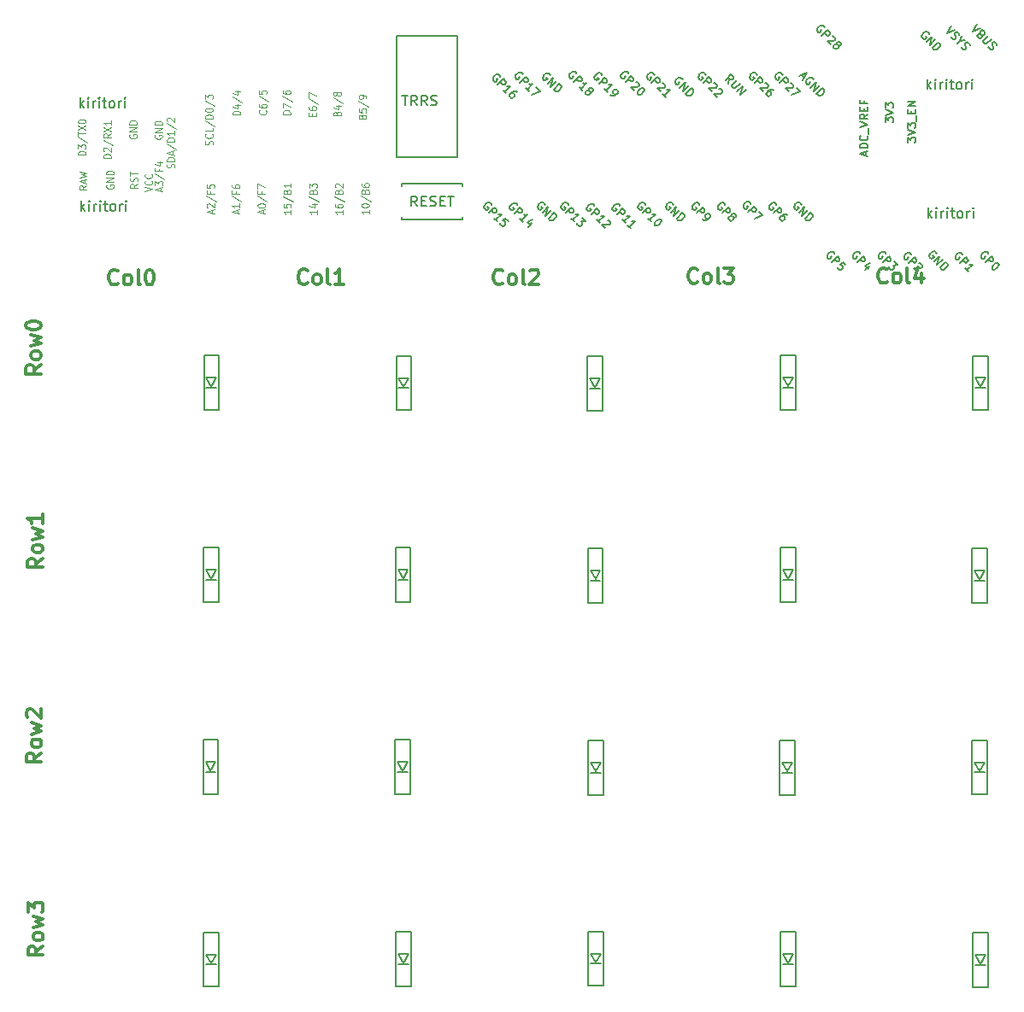
<source format=gbr>
G04 #@! TF.GenerationSoftware,KiCad,Pcbnew,(5.1.6-0-10_14)*
G04 #@! TF.CreationDate,2022-03-09T18:20:20+09:00*
G04 #@! TF.ProjectId,cool640,636f6f6c-3634-4302-9e6b-696361645f70,rev?*
G04 #@! TF.SameCoordinates,Original*
G04 #@! TF.FileFunction,Legend,Top*
G04 #@! TF.FilePolarity,Positive*
%FSLAX46Y46*%
G04 Gerber Fmt 4.6, Leading zero omitted, Abs format (unit mm)*
G04 Created by KiCad (PCBNEW (5.1.6-0-10_14)) date 2022-03-09 18:20:20*
%MOMM*%
%LPD*%
G01*
G04 APERTURE LIST*
%ADD10C,0.300000*%
%ADD11C,0.150000*%
%ADD12C,0.125000*%
G04 APERTURE END LIST*
D10*
X-8771428Y-614285D02*
X-9485714Y-1114285D01*
X-8771428Y-1471428D02*
X-10271428Y-1471428D01*
X-10271428Y-900000D01*
X-10200000Y-757142D01*
X-10128571Y-685714D01*
X-9985714Y-614285D01*
X-9771428Y-614285D01*
X-9628571Y-685714D01*
X-9557142Y-757142D01*
X-9485714Y-900000D01*
X-9485714Y-1471428D01*
X-8771428Y242857D02*
X-8842857Y100000D01*
X-8914285Y28571D01*
X-9057142Y-42857D01*
X-9485714Y-42857D01*
X-9628571Y28571D01*
X-9700000Y100000D01*
X-9771428Y242857D01*
X-9771428Y457142D01*
X-9700000Y600000D01*
X-9628571Y671428D01*
X-9485714Y742857D01*
X-9057142Y742857D01*
X-8914285Y671428D01*
X-8842857Y600000D01*
X-8771428Y457142D01*
X-8771428Y242857D01*
X-9771428Y1242857D02*
X-8771428Y1528571D01*
X-9485714Y1814285D01*
X-8771428Y2100000D01*
X-9771428Y2385714D01*
X-10271428Y3242857D02*
X-10271428Y3385714D01*
X-10200000Y3528571D01*
X-10128571Y3599999D01*
X-9985714Y3671428D01*
X-9700000Y3742857D01*
X-9342857Y3742857D01*
X-9057142Y3671428D01*
X-8914285Y3599999D01*
X-8842857Y3528571D01*
X-8771428Y3385714D01*
X-8771428Y3242857D01*
X-8842857Y3099999D01*
X-8914285Y3028571D01*
X-9057142Y2957142D01*
X-9342857Y2885714D01*
X-9700000Y2885714D01*
X-9985714Y2957142D01*
X-10128571Y3028571D01*
X-10200000Y3099999D01*
X-10271428Y3242857D01*
X-8601428Y-19784285D02*
X-9315714Y-20284285D01*
X-8601428Y-20641428D02*
X-10101428Y-20641428D01*
X-10101428Y-20070000D01*
X-10030000Y-19927142D01*
X-9958571Y-19855714D01*
X-9815714Y-19784285D01*
X-9601428Y-19784285D01*
X-9458571Y-19855714D01*
X-9387142Y-19927142D01*
X-9315714Y-20070000D01*
X-9315714Y-20641428D01*
X-8601428Y-18927142D02*
X-8672857Y-19070000D01*
X-8744285Y-19141428D01*
X-8887142Y-19212857D01*
X-9315714Y-19212857D01*
X-9458571Y-19141428D01*
X-9530000Y-19070000D01*
X-9601428Y-18927142D01*
X-9601428Y-18712857D01*
X-9530000Y-18570000D01*
X-9458571Y-18498571D01*
X-9315714Y-18427142D01*
X-8887142Y-18427142D01*
X-8744285Y-18498571D01*
X-8672857Y-18570000D01*
X-8601428Y-18712857D01*
X-8601428Y-18927142D01*
X-9601428Y-17927142D02*
X-8601428Y-17641428D01*
X-9315714Y-17355714D01*
X-8601428Y-17070000D01*
X-9601428Y-16784285D01*
X-8601428Y-15427142D02*
X-8601428Y-16284285D01*
X-8601428Y-15855714D02*
X-10101428Y-15855714D01*
X-9887142Y-15998571D01*
X-9744285Y-16141428D01*
X-9672857Y-16284285D01*
X-8561428Y-58244285D02*
X-9275714Y-58744285D01*
X-8561428Y-59101428D02*
X-10061428Y-59101428D01*
X-10061428Y-58530000D01*
X-9990000Y-58387142D01*
X-9918571Y-58315714D01*
X-9775714Y-58244285D01*
X-9561428Y-58244285D01*
X-9418571Y-58315714D01*
X-9347142Y-58387142D01*
X-9275714Y-58530000D01*
X-9275714Y-59101428D01*
X-8561428Y-57387142D02*
X-8632857Y-57530000D01*
X-8704285Y-57601428D01*
X-8847142Y-57672857D01*
X-9275714Y-57672857D01*
X-9418571Y-57601428D01*
X-9490000Y-57530000D01*
X-9561428Y-57387142D01*
X-9561428Y-57172857D01*
X-9490000Y-57030000D01*
X-9418571Y-56958571D01*
X-9275714Y-56887142D01*
X-8847142Y-56887142D01*
X-8704285Y-56958571D01*
X-8632857Y-57030000D01*
X-8561428Y-57172857D01*
X-8561428Y-57387142D01*
X-9561428Y-56387142D02*
X-8561428Y-56101428D01*
X-9275714Y-55815714D01*
X-8561428Y-55530000D01*
X-9561428Y-55244285D01*
X-10061428Y-54815714D02*
X-10061428Y-53887142D01*
X-9490000Y-54387142D01*
X-9490000Y-54172857D01*
X-9418571Y-54030000D01*
X-9347142Y-53958571D01*
X-9204285Y-53887142D01*
X-8847142Y-53887142D01*
X-8704285Y-53958571D01*
X-8632857Y-54030000D01*
X-8561428Y-54172857D01*
X-8561428Y-54601428D01*
X-8632857Y-54744285D01*
X-8704285Y-54815714D01*
X-8731428Y-39074285D02*
X-9445714Y-39574285D01*
X-8731428Y-39931428D02*
X-10231428Y-39931428D01*
X-10231428Y-39360000D01*
X-10160000Y-39217142D01*
X-10088571Y-39145714D01*
X-9945714Y-39074285D01*
X-9731428Y-39074285D01*
X-9588571Y-39145714D01*
X-9517142Y-39217142D01*
X-9445714Y-39360000D01*
X-9445714Y-39931428D01*
X-8731428Y-38217142D02*
X-8802857Y-38360000D01*
X-8874285Y-38431428D01*
X-9017142Y-38502857D01*
X-9445714Y-38502857D01*
X-9588571Y-38431428D01*
X-9660000Y-38360000D01*
X-9731428Y-38217142D01*
X-9731428Y-38002857D01*
X-9660000Y-37860000D01*
X-9588571Y-37788571D01*
X-9445714Y-37717142D01*
X-9017142Y-37717142D01*
X-8874285Y-37788571D01*
X-8802857Y-37860000D01*
X-8731428Y-38002857D01*
X-8731428Y-38217142D01*
X-9731428Y-37217142D02*
X-8731428Y-36931428D01*
X-9445714Y-36645714D01*
X-8731428Y-36360000D01*
X-9731428Y-36074285D01*
X-10088571Y-35574285D02*
X-10160000Y-35502857D01*
X-10231428Y-35360000D01*
X-10231428Y-35002857D01*
X-10160000Y-34860000D01*
X-10088571Y-34788571D01*
X-9945714Y-34717142D01*
X-9802857Y-34717142D01*
X-9588571Y-34788571D01*
X-8731428Y-35645714D01*
X-8731428Y-34717142D01*
X56248571Y7624285D02*
X56177142Y7552857D01*
X55962857Y7481428D01*
X55820000Y7481428D01*
X55605714Y7552857D01*
X55462857Y7695714D01*
X55391428Y7838571D01*
X55320000Y8124285D01*
X55320000Y8338571D01*
X55391428Y8624285D01*
X55462857Y8767142D01*
X55605714Y8910000D01*
X55820000Y8981428D01*
X55962857Y8981428D01*
X56177142Y8910000D01*
X56248571Y8838571D01*
X57105714Y7481428D02*
X56962857Y7552857D01*
X56891428Y7624285D01*
X56820000Y7767142D01*
X56820000Y8195714D01*
X56891428Y8338571D01*
X56962857Y8410000D01*
X57105714Y8481428D01*
X57320000Y8481428D01*
X57462857Y8410000D01*
X57534285Y8338571D01*
X57605714Y8195714D01*
X57605714Y7767142D01*
X57534285Y7624285D01*
X57462857Y7552857D01*
X57320000Y7481428D01*
X57105714Y7481428D01*
X58462857Y7481428D02*
X58320000Y7552857D01*
X58248571Y7695714D01*
X58248571Y8981428D01*
X58891428Y8981428D02*
X59820000Y8981428D01*
X59320000Y8410000D01*
X59534285Y8410000D01*
X59677142Y8338571D01*
X59748571Y8267142D01*
X59820000Y8124285D01*
X59820000Y7767142D01*
X59748571Y7624285D01*
X59677142Y7552857D01*
X59534285Y7481428D01*
X59105714Y7481428D01*
X58962857Y7552857D01*
X58891428Y7624285D01*
X75028571Y7654285D02*
X74957142Y7582857D01*
X74742857Y7511428D01*
X74600000Y7511428D01*
X74385714Y7582857D01*
X74242857Y7725714D01*
X74171428Y7868571D01*
X74100000Y8154285D01*
X74100000Y8368571D01*
X74171428Y8654285D01*
X74242857Y8797142D01*
X74385714Y8940000D01*
X74600000Y9011428D01*
X74742857Y9011428D01*
X74957142Y8940000D01*
X75028571Y8868571D01*
X75885714Y7511428D02*
X75742857Y7582857D01*
X75671428Y7654285D01*
X75600000Y7797142D01*
X75600000Y8225714D01*
X75671428Y8368571D01*
X75742857Y8440000D01*
X75885714Y8511428D01*
X76100000Y8511428D01*
X76242857Y8440000D01*
X76314285Y8368571D01*
X76385714Y8225714D01*
X76385714Y7797142D01*
X76314285Y7654285D01*
X76242857Y7582857D01*
X76100000Y7511428D01*
X75885714Y7511428D01*
X77242857Y7511428D02*
X77100000Y7582857D01*
X77028571Y7725714D01*
X77028571Y9011428D01*
X78457142Y8511428D02*
X78457142Y7511428D01*
X78100000Y9082857D02*
X77742857Y8011428D01*
X78671428Y8011428D01*
X36948571Y7504285D02*
X36877142Y7432857D01*
X36662857Y7361428D01*
X36520000Y7361428D01*
X36305714Y7432857D01*
X36162857Y7575714D01*
X36091428Y7718571D01*
X36020000Y8004285D01*
X36020000Y8218571D01*
X36091428Y8504285D01*
X36162857Y8647142D01*
X36305714Y8790000D01*
X36520000Y8861428D01*
X36662857Y8861428D01*
X36877142Y8790000D01*
X36948571Y8718571D01*
X37805714Y7361428D02*
X37662857Y7432857D01*
X37591428Y7504285D01*
X37520000Y7647142D01*
X37520000Y8075714D01*
X37591428Y8218571D01*
X37662857Y8290000D01*
X37805714Y8361428D01*
X38020000Y8361428D01*
X38162857Y8290000D01*
X38234285Y8218571D01*
X38305714Y8075714D01*
X38305714Y7647142D01*
X38234285Y7504285D01*
X38162857Y7432857D01*
X38020000Y7361428D01*
X37805714Y7361428D01*
X39162857Y7361428D02*
X39020000Y7432857D01*
X38948571Y7575714D01*
X38948571Y8861428D01*
X39662857Y8718571D02*
X39734285Y8790000D01*
X39877142Y8861428D01*
X40234285Y8861428D01*
X40377142Y8790000D01*
X40448571Y8718571D01*
X40520000Y8575714D01*
X40520000Y8432857D01*
X40448571Y8218571D01*
X39591428Y7361428D01*
X40520000Y7361428D01*
X17618571Y7514285D02*
X17547142Y7442857D01*
X17332857Y7371428D01*
X17190000Y7371428D01*
X16975714Y7442857D01*
X16832857Y7585714D01*
X16761428Y7728571D01*
X16690000Y8014285D01*
X16690000Y8228571D01*
X16761428Y8514285D01*
X16832857Y8657142D01*
X16975714Y8800000D01*
X17190000Y8871428D01*
X17332857Y8871428D01*
X17547142Y8800000D01*
X17618571Y8728571D01*
X18475714Y7371428D02*
X18332857Y7442857D01*
X18261428Y7514285D01*
X18190000Y7657142D01*
X18190000Y8085714D01*
X18261428Y8228571D01*
X18332857Y8300000D01*
X18475714Y8371428D01*
X18690000Y8371428D01*
X18832857Y8300000D01*
X18904285Y8228571D01*
X18975714Y8085714D01*
X18975714Y7657142D01*
X18904285Y7514285D01*
X18832857Y7442857D01*
X18690000Y7371428D01*
X18475714Y7371428D01*
X19832857Y7371428D02*
X19690000Y7442857D01*
X19618571Y7585714D01*
X19618571Y8871428D01*
X21190000Y7371428D02*
X20332857Y7371428D01*
X20761428Y7371428D02*
X20761428Y8871428D01*
X20618571Y8657142D01*
X20475714Y8514285D01*
X20332857Y8442857D01*
X-1161428Y7484285D02*
X-1232857Y7412857D01*
X-1447142Y7341428D01*
X-1590000Y7341428D01*
X-1804285Y7412857D01*
X-1947142Y7555714D01*
X-2018571Y7698571D01*
X-2090000Y7984285D01*
X-2090000Y8198571D01*
X-2018571Y8484285D01*
X-1947142Y8627142D01*
X-1804285Y8770000D01*
X-1590000Y8841428D01*
X-1447142Y8841428D01*
X-1232857Y8770000D01*
X-1161428Y8698571D01*
X-304285Y7341428D02*
X-447142Y7412857D01*
X-518571Y7484285D01*
X-589999Y7627142D01*
X-589999Y8055714D01*
X-518571Y8198571D01*
X-447142Y8270000D01*
X-304285Y8341428D01*
X-90000Y8341428D01*
X52857Y8270000D01*
X124285Y8198571D01*
X195714Y8055714D01*
X195714Y7627142D01*
X124285Y7484285D01*
X52857Y7412857D01*
X-90000Y7341428D01*
X-304285Y7341428D01*
X1052857Y7341428D02*
X910000Y7412857D01*
X838571Y7555714D01*
X838571Y8841428D01*
X1910000Y8841428D02*
X2052857Y8841428D01*
X2195714Y8770000D01*
X2267142Y8698571D01*
X2338571Y8555714D01*
X2410000Y8270000D01*
X2410000Y7912857D01*
X2338571Y7627142D01*
X2267142Y7484285D01*
X2195714Y7412857D01*
X2052857Y7341428D01*
X1910000Y7341428D01*
X1767142Y7412857D01*
X1695714Y7484285D01*
X1624285Y7627142D01*
X1552857Y7912857D01*
X1552857Y8270000D01*
X1624285Y8555714D01*
X1695714Y8698571D01*
X1767142Y8770000D01*
X1910000Y8841428D01*
D11*
X32930000Y17330000D02*
X26930000Y17330000D01*
X26930000Y17330000D02*
X26930000Y17080000D01*
X32930000Y17330000D02*
X32930000Y17080000D01*
X32930000Y13830000D02*
X32930000Y14080000D01*
X32930000Y13830000D02*
X26930000Y13830000D01*
X26930000Y13830000D02*
X26930000Y14080000D01*
X26490000Y20030000D02*
X26490000Y32030000D01*
X32490000Y20030000D02*
X26490000Y20030000D01*
X32490000Y32030000D02*
X32490000Y20030000D01*
X26490000Y32030000D02*
X32490000Y32030000D01*
X84290000Y-59990000D02*
X83790000Y-59090000D01*
X83790000Y-59090000D02*
X84790000Y-59090000D01*
X84790000Y-59090000D02*
X84290000Y-59990000D01*
X83790000Y-60090000D02*
X84790000Y-60090000D01*
X83540000Y-56890000D02*
X83540000Y-62290000D01*
X83540000Y-62290000D02*
X85040000Y-62290000D01*
X85040000Y-62290000D02*
X85040000Y-56890000D01*
X85040000Y-56890000D02*
X83540000Y-56890000D01*
X27160000Y-2800000D02*
X26660000Y-1900000D01*
X26660000Y-1900000D02*
X27660000Y-1900000D01*
X27660000Y-1900000D02*
X27160000Y-2800000D01*
X26660000Y-2900000D02*
X27660000Y-2900000D01*
X26410000Y300000D02*
X26410000Y-5100000D01*
X26410000Y-5100000D02*
X27910000Y-5100000D01*
X27910000Y-5100000D02*
X27910000Y300000D01*
X27910000Y300000D02*
X26410000Y300000D01*
X8110000Y-2760000D02*
X7610000Y-1860000D01*
X7610000Y-1860000D02*
X8610000Y-1860000D01*
X8610000Y-1860000D02*
X8110000Y-2760000D01*
X7610000Y-2860000D02*
X8610000Y-2860000D01*
X7360000Y340000D02*
X7360000Y-5060000D01*
X7360000Y-5060000D02*
X8860000Y-5060000D01*
X8860000Y-5060000D02*
X8860000Y340000D01*
X8860000Y340000D02*
X7360000Y340000D01*
X65230000Y-2730000D02*
X64730000Y-1830000D01*
X64730000Y-1830000D02*
X65730000Y-1830000D01*
X65730000Y-1830000D02*
X65230000Y-2730000D01*
X64730000Y-2830000D02*
X65730000Y-2830000D01*
X64480000Y370000D02*
X64480000Y-5030000D01*
X64480000Y-5030000D02*
X65980000Y-5030000D01*
X65980000Y-5030000D02*
X65980000Y370000D01*
X65980000Y370000D02*
X64480000Y370000D01*
X46120000Y-2850000D02*
X45620000Y-1950000D01*
X45620000Y-1950000D02*
X46620000Y-1950000D01*
X46620000Y-1950000D02*
X46120000Y-2850000D01*
X45620000Y-2950000D02*
X46620000Y-2950000D01*
X45370000Y250000D02*
X45370000Y-5150000D01*
X45370000Y-5150000D02*
X46870000Y-5150000D01*
X46870000Y-5150000D02*
X46870000Y250000D01*
X46870000Y250000D02*
X45370000Y250000D01*
X84300000Y-2790000D02*
X83800000Y-1890000D01*
X83800000Y-1890000D02*
X84800000Y-1890000D01*
X84800000Y-1890000D02*
X84300000Y-2790000D01*
X83800000Y-2890000D02*
X84800000Y-2890000D01*
X83550000Y310000D02*
X83550000Y-5090000D01*
X83550000Y-5090000D02*
X85050000Y-5090000D01*
X85050000Y-5090000D02*
X85050000Y310000D01*
X85050000Y310000D02*
X83550000Y310000D01*
X84200000Y-21900000D02*
X83700000Y-21000000D01*
X83700000Y-21000000D02*
X84700000Y-21000000D01*
X84700000Y-21000000D02*
X84200000Y-21900000D01*
X83700000Y-22000000D02*
X84700000Y-22000000D01*
X83450000Y-18800000D02*
X83450000Y-24200000D01*
X83450000Y-24200000D02*
X84950000Y-24200000D01*
X84950000Y-24200000D02*
X84950000Y-18800000D01*
X84950000Y-18800000D02*
X83450000Y-18800000D01*
X65220000Y-21820000D02*
X64720000Y-20920000D01*
X64720000Y-20920000D02*
X65720000Y-20920000D01*
X65720000Y-20920000D02*
X65220000Y-21820000D01*
X64720000Y-21920000D02*
X65720000Y-21920000D01*
X64470000Y-18720000D02*
X64470000Y-24120000D01*
X64470000Y-24120000D02*
X65970000Y-24120000D01*
X65970000Y-24120000D02*
X65970000Y-18720000D01*
X65970000Y-18720000D02*
X64470000Y-18720000D01*
X46140000Y-21870000D02*
X45640000Y-20970000D01*
X45640000Y-20970000D02*
X46640000Y-20970000D01*
X46640000Y-20970000D02*
X46140000Y-21870000D01*
X45640000Y-21970000D02*
X46640000Y-21970000D01*
X45390000Y-18770000D02*
X45390000Y-24170000D01*
X45390000Y-24170000D02*
X46890000Y-24170000D01*
X46890000Y-24170000D02*
X46890000Y-18770000D01*
X46890000Y-18770000D02*
X45390000Y-18770000D01*
X27090000Y-21830000D02*
X26590000Y-20930000D01*
X26590000Y-20930000D02*
X27590000Y-20930000D01*
X27590000Y-20930000D02*
X27090000Y-21830000D01*
X26590000Y-21930000D02*
X27590000Y-21930000D01*
X26340000Y-18730000D02*
X26340000Y-24130000D01*
X26340000Y-24130000D02*
X27840000Y-24130000D01*
X27840000Y-24130000D02*
X27840000Y-18730000D01*
X27840000Y-18730000D02*
X26340000Y-18730000D01*
X8070000Y-21830000D02*
X7570000Y-20930000D01*
X7570000Y-20930000D02*
X8570000Y-20930000D01*
X8570000Y-20930000D02*
X8070000Y-21830000D01*
X7570000Y-21930000D02*
X8570000Y-21930000D01*
X7320000Y-18730000D02*
X7320000Y-24130000D01*
X7320000Y-24130000D02*
X8820000Y-24130000D01*
X8820000Y-24130000D02*
X8820000Y-18730000D01*
X8820000Y-18730000D02*
X7320000Y-18730000D01*
X65210000Y-59890000D02*
X64710000Y-58990000D01*
X64710000Y-58990000D02*
X65710000Y-58990000D01*
X65710000Y-58990000D02*
X65210000Y-59890000D01*
X64710000Y-59990000D02*
X65710000Y-59990000D01*
X64460000Y-56790000D02*
X64460000Y-62190000D01*
X64460000Y-62190000D02*
X65960000Y-62190000D01*
X65960000Y-62190000D02*
X65960000Y-56790000D01*
X65960000Y-56790000D02*
X64460000Y-56790000D01*
X46160000Y-59860000D02*
X45660000Y-58960000D01*
X45660000Y-58960000D02*
X46660000Y-58960000D01*
X46660000Y-58960000D02*
X46160000Y-59860000D01*
X45660000Y-59960000D02*
X46660000Y-59960000D01*
X45410000Y-56760000D02*
X45410000Y-62160000D01*
X45410000Y-62160000D02*
X46910000Y-62160000D01*
X46910000Y-62160000D02*
X46910000Y-56760000D01*
X46910000Y-56760000D02*
X45410000Y-56760000D01*
X27150000Y-59930000D02*
X26650000Y-59030000D01*
X26650000Y-59030000D02*
X27650000Y-59030000D01*
X27650000Y-59030000D02*
X27150000Y-59930000D01*
X26650000Y-60030000D02*
X27650000Y-60030000D01*
X26400000Y-56830000D02*
X26400000Y-62230000D01*
X26400000Y-62230000D02*
X27900000Y-62230000D01*
X27900000Y-62230000D02*
X27900000Y-56830000D01*
X27900000Y-56830000D02*
X26400000Y-56830000D01*
X8050000Y-59950000D02*
X7550000Y-59050000D01*
X7550000Y-59050000D02*
X8550000Y-59050000D01*
X8550000Y-59050000D02*
X8050000Y-59950000D01*
X7550000Y-60050000D02*
X8550000Y-60050000D01*
X7300000Y-56850000D02*
X7300000Y-62250000D01*
X7300000Y-62250000D02*
X8800000Y-62250000D01*
X8800000Y-62250000D02*
X8800000Y-56850000D01*
X8800000Y-56850000D02*
X7300000Y-56850000D01*
X84220000Y-40900000D02*
X83720000Y-40000000D01*
X83720000Y-40000000D02*
X84720000Y-40000000D01*
X84720000Y-40000000D02*
X84220000Y-40900000D01*
X83720000Y-41000000D02*
X84720000Y-41000000D01*
X83470000Y-37800000D02*
X83470000Y-43200000D01*
X83470000Y-43200000D02*
X84970000Y-43200000D01*
X84970000Y-43200000D02*
X84970000Y-37800000D01*
X84970000Y-37800000D02*
X83470000Y-37800000D01*
X65170000Y-40920000D02*
X64670000Y-40020000D01*
X64670000Y-40020000D02*
X65670000Y-40020000D01*
X65670000Y-40020000D02*
X65170000Y-40920000D01*
X64670000Y-41020000D02*
X65670000Y-41020000D01*
X64420000Y-37820000D02*
X64420000Y-43220000D01*
X64420000Y-43220000D02*
X65920000Y-43220000D01*
X65920000Y-43220000D02*
X65920000Y-37820000D01*
X65920000Y-37820000D02*
X64420000Y-37820000D01*
X46150000Y-40910000D02*
X45650000Y-40010000D01*
X45650000Y-40010000D02*
X46650000Y-40010000D01*
X46650000Y-40010000D02*
X46150000Y-40910000D01*
X45650000Y-41010000D02*
X46650000Y-41010000D01*
X45400000Y-37810000D02*
X45400000Y-43210000D01*
X45400000Y-43210000D02*
X46900000Y-43210000D01*
X46900000Y-43210000D02*
X46900000Y-37810000D01*
X46900000Y-37810000D02*
X45400000Y-37810000D01*
X27060000Y-40850000D02*
X26560000Y-39950000D01*
X26560000Y-39950000D02*
X27560000Y-39950000D01*
X27560000Y-39950000D02*
X27060000Y-40850000D01*
X26560000Y-40950000D02*
X27560000Y-40950000D01*
X26310000Y-37750000D02*
X26310000Y-43150000D01*
X26310000Y-43150000D02*
X27810000Y-43150000D01*
X27810000Y-43150000D02*
X27810000Y-37750000D01*
X27810000Y-37750000D02*
X26310000Y-37750000D01*
X8030000Y-40860000D02*
X7530000Y-39960000D01*
X7530000Y-39960000D02*
X8530000Y-39960000D01*
X8530000Y-39960000D02*
X8030000Y-40860000D01*
X7530000Y-40960000D02*
X8530000Y-40960000D01*
X7280000Y-37760000D02*
X7280000Y-43160000D01*
X7280000Y-43160000D02*
X8780000Y-43160000D01*
X8780000Y-43160000D02*
X8780000Y-37760000D01*
X8780000Y-37760000D02*
X7280000Y-37760000D01*
D12*
X-4250714Y17187380D02*
X-4607857Y16964047D01*
X-4250714Y16804523D02*
X-5000714Y16804523D01*
X-5000714Y17059761D01*
X-4965000Y17123571D01*
X-4929285Y17155476D01*
X-4857857Y17187380D01*
X-4750714Y17187380D01*
X-4679285Y17155476D01*
X-4643571Y17123571D01*
X-4607857Y17059761D01*
X-4607857Y16804523D01*
X-4465000Y17442619D02*
X-4465000Y17761666D01*
X-4250714Y17378809D02*
X-5000714Y17602142D01*
X-4250714Y17825476D01*
X-5000714Y17985000D02*
X-4250714Y18144523D01*
X-4786428Y18272142D01*
X-4250714Y18399761D01*
X-5000714Y18559285D01*
X-2275000Y17239523D02*
X-2310714Y17175714D01*
X-2310714Y17080000D01*
X-2275000Y16984285D01*
X-2203571Y16920476D01*
X-2132142Y16888571D01*
X-1989285Y16856666D01*
X-1882142Y16856666D01*
X-1739285Y16888571D01*
X-1667857Y16920476D01*
X-1596428Y16984285D01*
X-1560714Y17080000D01*
X-1560714Y17143809D01*
X-1596428Y17239523D01*
X-1632142Y17271428D01*
X-1882142Y17271428D01*
X-1882142Y17143809D01*
X-1560714Y17558571D02*
X-2310714Y17558571D01*
X-1560714Y17941428D01*
X-2310714Y17941428D01*
X-1560714Y18260476D02*
X-2310714Y18260476D01*
X-2310714Y18420000D01*
X-2275000Y18515714D01*
X-2203571Y18579523D01*
X-2132142Y18611428D01*
X-1989285Y18643333D01*
X-1882142Y18643333D01*
X-1739285Y18611428D01*
X-1667857Y18579523D01*
X-1596428Y18515714D01*
X-1560714Y18420000D01*
X-1560714Y18260476D01*
X789285Y17333095D02*
X432142Y17109761D01*
X789285Y16950238D02*
X39285Y16950238D01*
X39285Y17205476D01*
X75000Y17269285D01*
X110714Y17301190D01*
X182142Y17333095D01*
X289285Y17333095D01*
X360714Y17301190D01*
X396428Y17269285D01*
X432142Y17205476D01*
X432142Y16950238D01*
X753571Y17588333D02*
X789285Y17684047D01*
X789285Y17843571D01*
X753571Y17907380D01*
X717857Y17939285D01*
X646428Y17971190D01*
X575000Y17971190D01*
X503571Y17939285D01*
X467857Y17907380D01*
X432142Y17843571D01*
X396428Y17715952D01*
X360714Y17652142D01*
X325000Y17620238D01*
X253571Y17588333D01*
X182142Y17588333D01*
X110714Y17620238D01*
X75000Y17652142D01*
X39285Y17715952D01*
X39285Y17875476D01*
X75000Y17971190D01*
X39285Y18162619D02*
X39285Y18545476D01*
X789285Y18354047D02*
X39285Y18354047D01*
X1499285Y16606666D02*
X2249285Y16830000D01*
X1499285Y17053333D01*
X2177857Y17659523D02*
X2213571Y17627619D01*
X2249285Y17531904D01*
X2249285Y17468095D01*
X2213571Y17372380D01*
X2142142Y17308571D01*
X2070714Y17276666D01*
X1927857Y17244761D01*
X1820714Y17244761D01*
X1677857Y17276666D01*
X1606428Y17308571D01*
X1535000Y17372380D01*
X1499285Y17468095D01*
X1499285Y17531904D01*
X1535000Y17627619D01*
X1570714Y17659523D01*
X2177857Y18329523D02*
X2213571Y18297619D01*
X2249285Y18201904D01*
X2249285Y18138095D01*
X2213571Y18042380D01*
X2142142Y17978571D01*
X2070714Y17946666D01*
X1927857Y17914761D01*
X1820714Y17914761D01*
X1677857Y17946666D01*
X1606428Y17978571D01*
X1535000Y18042380D01*
X1499285Y18138095D01*
X1499285Y18201904D01*
X1535000Y18297619D01*
X1570714Y18329523D01*
X3065000Y16654285D02*
X3065000Y16973333D01*
X3279285Y16590476D02*
X2529285Y16813809D01*
X3279285Y17037142D01*
X2529285Y17196666D02*
X2529285Y17611428D01*
X2815000Y17388095D01*
X2815000Y17483809D01*
X2850714Y17547619D01*
X2886428Y17579523D01*
X2957857Y17611428D01*
X3136428Y17611428D01*
X3207857Y17579523D01*
X3243571Y17547619D01*
X3279285Y17483809D01*
X3279285Y17292380D01*
X3243571Y17228571D01*
X3207857Y17196666D01*
X2493571Y18377142D02*
X3457857Y17802857D01*
X2886428Y18823809D02*
X2886428Y18600476D01*
X3279285Y18600476D02*
X2529285Y18600476D01*
X2529285Y18919523D01*
X2779285Y19461904D02*
X3279285Y19461904D01*
X2493571Y19302380D02*
X3029285Y19142857D01*
X3029285Y19557619D01*
X8175000Y14429285D02*
X8175000Y14748333D01*
X8389285Y14365476D02*
X7639285Y14588809D01*
X8389285Y14812142D01*
X7710714Y15003571D02*
X7675000Y15035476D01*
X7639285Y15099285D01*
X7639285Y15258809D01*
X7675000Y15322619D01*
X7710714Y15354523D01*
X7782142Y15386428D01*
X7853571Y15386428D01*
X7960714Y15354523D01*
X8389285Y14971666D01*
X8389285Y15386428D01*
X7603571Y16152142D02*
X8567857Y15577857D01*
X7996428Y16598809D02*
X7996428Y16375476D01*
X8389285Y16375476D02*
X7639285Y16375476D01*
X7639285Y16694523D01*
X7639285Y17268809D02*
X7639285Y16949761D01*
X7996428Y16917857D01*
X7960714Y16949761D01*
X7925000Y17013571D01*
X7925000Y17173095D01*
X7960714Y17236904D01*
X7996428Y17268809D01*
X8067857Y17300714D01*
X8246428Y17300714D01*
X8317857Y17268809D01*
X8353571Y17236904D01*
X8389285Y17173095D01*
X8389285Y17013571D01*
X8353571Y16949761D01*
X8317857Y16917857D01*
X10675000Y14429285D02*
X10675000Y14748333D01*
X10889285Y14365476D02*
X10139285Y14588809D01*
X10889285Y14812142D01*
X10889285Y15386428D02*
X10889285Y15003571D01*
X10889285Y15195000D02*
X10139285Y15195000D01*
X10246428Y15131190D01*
X10317857Y15067380D01*
X10353571Y15003571D01*
X10103571Y16152142D02*
X11067857Y15577857D01*
X10496428Y16598809D02*
X10496428Y16375476D01*
X10889285Y16375476D02*
X10139285Y16375476D01*
X10139285Y16694523D01*
X10139285Y17236904D02*
X10139285Y17109285D01*
X10175000Y17045476D01*
X10210714Y17013571D01*
X10317857Y16949761D01*
X10460714Y16917857D01*
X10746428Y16917857D01*
X10817857Y16949761D01*
X10853571Y16981666D01*
X10889285Y17045476D01*
X10889285Y17173095D01*
X10853571Y17236904D01*
X10817857Y17268809D01*
X10746428Y17300714D01*
X10567857Y17300714D01*
X10496428Y17268809D01*
X10460714Y17236904D01*
X10425000Y17173095D01*
X10425000Y17045476D01*
X10460714Y16981666D01*
X10496428Y16949761D01*
X10567857Y16917857D01*
X13225000Y14429285D02*
X13225000Y14748333D01*
X13439285Y14365476D02*
X12689285Y14588809D01*
X13439285Y14812142D01*
X12689285Y15163095D02*
X12689285Y15226904D01*
X12725000Y15290714D01*
X12760714Y15322619D01*
X12832142Y15354523D01*
X12975000Y15386428D01*
X13153571Y15386428D01*
X13296428Y15354523D01*
X13367857Y15322619D01*
X13403571Y15290714D01*
X13439285Y15226904D01*
X13439285Y15163095D01*
X13403571Y15099285D01*
X13367857Y15067380D01*
X13296428Y15035476D01*
X13153571Y15003571D01*
X12975000Y15003571D01*
X12832142Y15035476D01*
X12760714Y15067380D01*
X12725000Y15099285D01*
X12689285Y15163095D01*
X12653571Y16152142D02*
X13617857Y15577857D01*
X13046428Y16598809D02*
X13046428Y16375476D01*
X13439285Y16375476D02*
X12689285Y16375476D01*
X12689285Y16694523D01*
X12689285Y16885952D02*
X12689285Y17332619D01*
X13439285Y17045476D01*
X15989285Y14732380D02*
X15989285Y14349523D01*
X15989285Y14540952D02*
X15239285Y14540952D01*
X15346428Y14477142D01*
X15417857Y14413333D01*
X15453571Y14349523D01*
X15239285Y15338571D02*
X15239285Y15019523D01*
X15596428Y14987619D01*
X15560714Y15019523D01*
X15525000Y15083333D01*
X15525000Y15242857D01*
X15560714Y15306666D01*
X15596428Y15338571D01*
X15667857Y15370476D01*
X15846428Y15370476D01*
X15917857Y15338571D01*
X15953571Y15306666D01*
X15989285Y15242857D01*
X15989285Y15083333D01*
X15953571Y15019523D01*
X15917857Y14987619D01*
X15203571Y16136190D02*
X16167857Y15561904D01*
X15596428Y16582857D02*
X15632142Y16678571D01*
X15667857Y16710476D01*
X15739285Y16742380D01*
X15846428Y16742380D01*
X15917857Y16710476D01*
X15953571Y16678571D01*
X15989285Y16614761D01*
X15989285Y16359523D01*
X15239285Y16359523D01*
X15239285Y16582857D01*
X15275000Y16646666D01*
X15310714Y16678571D01*
X15382142Y16710476D01*
X15453571Y16710476D01*
X15525000Y16678571D01*
X15560714Y16646666D01*
X15596428Y16582857D01*
X15596428Y16359523D01*
X15989285Y17380476D02*
X15989285Y16997619D01*
X15989285Y17189047D02*
X15239285Y17189047D01*
X15346428Y17125238D01*
X15417857Y17061428D01*
X15453571Y16997619D01*
X18539285Y14732380D02*
X18539285Y14349523D01*
X18539285Y14540952D02*
X17789285Y14540952D01*
X17896428Y14477142D01*
X17967857Y14413333D01*
X18003571Y14349523D01*
X18039285Y15306666D02*
X18539285Y15306666D01*
X17753571Y15147142D02*
X18289285Y14987619D01*
X18289285Y15402380D01*
X17753571Y16136190D02*
X18717857Y15561904D01*
X18146428Y16582857D02*
X18182142Y16678571D01*
X18217857Y16710476D01*
X18289285Y16742380D01*
X18396428Y16742380D01*
X18467857Y16710476D01*
X18503571Y16678571D01*
X18539285Y16614761D01*
X18539285Y16359523D01*
X17789285Y16359523D01*
X17789285Y16582857D01*
X17825000Y16646666D01*
X17860714Y16678571D01*
X17932142Y16710476D01*
X18003571Y16710476D01*
X18075000Y16678571D01*
X18110714Y16646666D01*
X18146428Y16582857D01*
X18146428Y16359523D01*
X17789285Y16965714D02*
X17789285Y17380476D01*
X18075000Y17157142D01*
X18075000Y17252857D01*
X18110714Y17316666D01*
X18146428Y17348571D01*
X18217857Y17380476D01*
X18396428Y17380476D01*
X18467857Y17348571D01*
X18503571Y17316666D01*
X18539285Y17252857D01*
X18539285Y17061428D01*
X18503571Y16997619D01*
X18467857Y16965714D01*
X23709285Y14767380D02*
X23709285Y14384523D01*
X23709285Y14575952D02*
X22959285Y14575952D01*
X23066428Y14512142D01*
X23137857Y14448333D01*
X23173571Y14384523D01*
X22959285Y15182142D02*
X22959285Y15245952D01*
X22995000Y15309761D01*
X23030714Y15341666D01*
X23102142Y15373571D01*
X23245000Y15405476D01*
X23423571Y15405476D01*
X23566428Y15373571D01*
X23637857Y15341666D01*
X23673571Y15309761D01*
X23709285Y15245952D01*
X23709285Y15182142D01*
X23673571Y15118333D01*
X23637857Y15086428D01*
X23566428Y15054523D01*
X23423571Y15022619D01*
X23245000Y15022619D01*
X23102142Y15054523D01*
X23030714Y15086428D01*
X22995000Y15118333D01*
X22959285Y15182142D01*
X22923571Y16171190D02*
X23887857Y15596904D01*
X23316428Y16617857D02*
X23352142Y16713571D01*
X23387857Y16745476D01*
X23459285Y16777380D01*
X23566428Y16777380D01*
X23637857Y16745476D01*
X23673571Y16713571D01*
X23709285Y16649761D01*
X23709285Y16394523D01*
X22959285Y16394523D01*
X22959285Y16617857D01*
X22995000Y16681666D01*
X23030714Y16713571D01*
X23102142Y16745476D01*
X23173571Y16745476D01*
X23245000Y16713571D01*
X23280714Y16681666D01*
X23316428Y16617857D01*
X23316428Y16394523D01*
X22959285Y17351666D02*
X22959285Y17224047D01*
X22995000Y17160238D01*
X23030714Y17128333D01*
X23137857Y17064523D01*
X23280714Y17032619D01*
X23566428Y17032619D01*
X23637857Y17064523D01*
X23673571Y17096428D01*
X23709285Y17160238D01*
X23709285Y17287857D01*
X23673571Y17351666D01*
X23637857Y17383571D01*
X23566428Y17415476D01*
X23387857Y17415476D01*
X23316428Y17383571D01*
X23280714Y17351666D01*
X23245000Y17287857D01*
X23245000Y17160238D01*
X23280714Y17096428D01*
X23316428Y17064523D01*
X23387857Y17032619D01*
X21089285Y14732380D02*
X21089285Y14349523D01*
X21089285Y14540952D02*
X20339285Y14540952D01*
X20446428Y14477142D01*
X20517857Y14413333D01*
X20553571Y14349523D01*
X20339285Y15306666D02*
X20339285Y15179047D01*
X20375000Y15115238D01*
X20410714Y15083333D01*
X20517857Y15019523D01*
X20660714Y14987619D01*
X20946428Y14987619D01*
X21017857Y15019523D01*
X21053571Y15051428D01*
X21089285Y15115238D01*
X21089285Y15242857D01*
X21053571Y15306666D01*
X21017857Y15338571D01*
X20946428Y15370476D01*
X20767857Y15370476D01*
X20696428Y15338571D01*
X20660714Y15306666D01*
X20625000Y15242857D01*
X20625000Y15115238D01*
X20660714Y15051428D01*
X20696428Y15019523D01*
X20767857Y14987619D01*
X20303571Y16136190D02*
X21267857Y15561904D01*
X20696428Y16582857D02*
X20732142Y16678571D01*
X20767857Y16710476D01*
X20839285Y16742380D01*
X20946428Y16742380D01*
X21017857Y16710476D01*
X21053571Y16678571D01*
X21089285Y16614761D01*
X21089285Y16359523D01*
X20339285Y16359523D01*
X20339285Y16582857D01*
X20375000Y16646666D01*
X20410714Y16678571D01*
X20482142Y16710476D01*
X20553571Y16710476D01*
X20625000Y16678571D01*
X20660714Y16646666D01*
X20696428Y16582857D01*
X20696428Y16359523D01*
X20410714Y16997619D02*
X20375000Y17029523D01*
X20339285Y17093333D01*
X20339285Y17252857D01*
X20375000Y17316666D01*
X20410714Y17348571D01*
X20482142Y17380476D01*
X20553571Y17380476D01*
X20660714Y17348571D01*
X21089285Y16965714D01*
X21089285Y17380476D01*
X18096428Y24077380D02*
X18096428Y24300714D01*
X18489285Y24396428D02*
X18489285Y24077380D01*
X17739285Y24077380D01*
X17739285Y24396428D01*
X17739285Y24970714D02*
X17739285Y24843095D01*
X17775000Y24779285D01*
X17810714Y24747380D01*
X17917857Y24683571D01*
X18060714Y24651666D01*
X18346428Y24651666D01*
X18417857Y24683571D01*
X18453571Y24715476D01*
X18489285Y24779285D01*
X18489285Y24906904D01*
X18453571Y24970714D01*
X18417857Y25002619D01*
X18346428Y25034523D01*
X18167857Y25034523D01*
X18096428Y25002619D01*
X18060714Y24970714D01*
X18025000Y24906904D01*
X18025000Y24779285D01*
X18060714Y24715476D01*
X18096428Y24683571D01*
X18167857Y24651666D01*
X17703571Y25800238D02*
X18667857Y25225952D01*
X17739285Y25959761D02*
X17739285Y26406428D01*
X18489285Y26119285D01*
X15929285Y24265476D02*
X15179285Y24265476D01*
X15179285Y24425000D01*
X15215000Y24520714D01*
X15286428Y24584523D01*
X15357857Y24616428D01*
X15500714Y24648333D01*
X15607857Y24648333D01*
X15750714Y24616428D01*
X15822142Y24584523D01*
X15893571Y24520714D01*
X15929285Y24425000D01*
X15929285Y24265476D01*
X15179285Y24871666D02*
X15179285Y25318333D01*
X15929285Y25031190D01*
X15143571Y26052142D02*
X16107857Y25477857D01*
X15179285Y26562619D02*
X15179285Y26435000D01*
X15215000Y26371190D01*
X15250714Y26339285D01*
X15357857Y26275476D01*
X15500714Y26243571D01*
X15786428Y26243571D01*
X15857857Y26275476D01*
X15893571Y26307380D01*
X15929285Y26371190D01*
X15929285Y26498809D01*
X15893571Y26562619D01*
X15857857Y26594523D01*
X15786428Y26626428D01*
X15607857Y26626428D01*
X15536428Y26594523D01*
X15500714Y26562619D01*
X15465000Y26498809D01*
X15465000Y26371190D01*
X15500714Y26307380D01*
X15536428Y26275476D01*
X15607857Y26243571D01*
X-5000Y22229523D02*
X-40714Y22165714D01*
X-40714Y22070000D01*
X-5000Y21974285D01*
X66428Y21910476D01*
X137857Y21878571D01*
X280714Y21846666D01*
X387857Y21846666D01*
X530714Y21878571D01*
X602142Y21910476D01*
X673571Y21974285D01*
X709285Y22070000D01*
X709285Y22133809D01*
X673571Y22229523D01*
X637857Y22261428D01*
X387857Y22261428D01*
X387857Y22133809D01*
X709285Y22548571D02*
X-40714Y22548571D01*
X709285Y22931428D01*
X-40714Y22931428D01*
X709285Y23250476D02*
X-40714Y23250476D01*
X-40714Y23410000D01*
X-4999Y23505714D01*
X66428Y23569523D01*
X137857Y23601428D01*
X280714Y23633333D01*
X387857Y23633333D01*
X530714Y23601428D01*
X602142Y23569523D01*
X673571Y23505714D01*
X709285Y23410000D01*
X709285Y23250476D01*
X2515000Y22169523D02*
X2479285Y22105714D01*
X2479285Y22010000D01*
X2515000Y21914285D01*
X2586428Y21850476D01*
X2657857Y21818571D01*
X2800714Y21786666D01*
X2907857Y21786666D01*
X3050714Y21818571D01*
X3122142Y21850476D01*
X3193571Y21914285D01*
X3229285Y22010000D01*
X3229285Y22073809D01*
X3193571Y22169523D01*
X3157857Y22201428D01*
X2907857Y22201428D01*
X2907857Y22073809D01*
X3229285Y22488571D02*
X2479285Y22488571D01*
X3229285Y22871428D01*
X2479285Y22871428D01*
X3229285Y23190476D02*
X2479285Y23190476D01*
X2479285Y23350000D01*
X2515000Y23445714D01*
X2586428Y23509523D01*
X2657857Y23541428D01*
X2800714Y23573333D01*
X2907857Y23573333D01*
X3050714Y23541428D01*
X3122142Y23509523D01*
X3193571Y23445714D01*
X3229285Y23350000D01*
X3229285Y23190476D01*
X-4350714Y20221190D02*
X-5100714Y20221190D01*
X-5100714Y20380714D01*
X-5065000Y20476428D01*
X-4993571Y20540238D01*
X-4922142Y20572142D01*
X-4779285Y20604047D01*
X-4672142Y20604047D01*
X-4529285Y20572142D01*
X-4457857Y20540238D01*
X-4386428Y20476428D01*
X-4350714Y20380714D01*
X-4350714Y20221190D01*
X-5100714Y20827380D02*
X-5100714Y21242142D01*
X-4815000Y21018809D01*
X-4815000Y21114523D01*
X-4779285Y21178333D01*
X-4743571Y21210238D01*
X-4672142Y21242142D01*
X-4493571Y21242142D01*
X-4422142Y21210238D01*
X-4386428Y21178333D01*
X-4350714Y21114523D01*
X-4350714Y20923095D01*
X-4386428Y20859285D01*
X-4422142Y20827380D01*
X-5136428Y22007857D02*
X-4172142Y21433571D01*
X-5100714Y22135476D02*
X-5100714Y22518333D01*
X-4350714Y22326904D02*
X-5100714Y22326904D01*
X-5100714Y22677857D02*
X-4350714Y23124523D01*
X-5100714Y23124523D02*
X-4350714Y22677857D01*
X-5100714Y23507380D02*
X-5100714Y23571190D01*
X-5065000Y23635000D01*
X-5029285Y23666904D01*
X-4957857Y23698809D01*
X-4815000Y23730714D01*
X-4636428Y23730714D01*
X-4493571Y23698809D01*
X-4422142Y23666904D01*
X-4386428Y23635000D01*
X-4350714Y23571190D01*
X-4350714Y23507380D01*
X-4386428Y23443571D01*
X-4422142Y23411666D01*
X-4493571Y23379761D01*
X-4636428Y23347857D01*
X-4815000Y23347857D01*
X-4957857Y23379761D01*
X-5029285Y23411666D01*
X-5065000Y23443571D01*
X-5100714Y23507380D01*
X10959285Y24205476D02*
X10209285Y24205476D01*
X10209285Y24365000D01*
X10245000Y24460714D01*
X10316428Y24524523D01*
X10387857Y24556428D01*
X10530714Y24588333D01*
X10637857Y24588333D01*
X10780714Y24556428D01*
X10852142Y24524523D01*
X10923571Y24460714D01*
X10959285Y24365000D01*
X10959285Y24205476D01*
X10459285Y25162619D02*
X10959285Y25162619D01*
X10173571Y25003095D02*
X10709285Y24843571D01*
X10709285Y25258333D01*
X10173571Y25992142D02*
X11137857Y25417857D01*
X10459285Y26502619D02*
X10959285Y26502619D01*
X10173571Y26343095D02*
X10709285Y26183571D01*
X10709285Y26598333D01*
X4413571Y18941428D02*
X4449285Y19037142D01*
X4449285Y19196666D01*
X4413571Y19260476D01*
X4377857Y19292380D01*
X4306428Y19324285D01*
X4235000Y19324285D01*
X4163571Y19292380D01*
X4127857Y19260476D01*
X4092142Y19196666D01*
X4056428Y19069047D01*
X4020714Y19005238D01*
X3985000Y18973333D01*
X3913571Y18941428D01*
X3842142Y18941428D01*
X3770714Y18973333D01*
X3735000Y19005238D01*
X3699285Y19069047D01*
X3699285Y19228571D01*
X3735000Y19324285D01*
X4449285Y19611428D02*
X3699285Y19611428D01*
X3699285Y19770952D01*
X3735000Y19866666D01*
X3806428Y19930476D01*
X3877857Y19962380D01*
X4020714Y19994285D01*
X4127857Y19994285D01*
X4270714Y19962380D01*
X4342142Y19930476D01*
X4413571Y19866666D01*
X4449285Y19770952D01*
X4449285Y19611428D01*
X4235000Y20249523D02*
X4235000Y20568571D01*
X4449285Y20185714D02*
X3699285Y20409047D01*
X4449285Y20632380D01*
X3663571Y21334285D02*
X4627857Y20760000D01*
X4449285Y21557619D02*
X3699285Y21557619D01*
X3699285Y21717142D01*
X3735000Y21812857D01*
X3806428Y21876666D01*
X3877857Y21908571D01*
X4020714Y21940476D01*
X4127857Y21940476D01*
X4270714Y21908571D01*
X4342142Y21876666D01*
X4413571Y21812857D01*
X4449285Y21717142D01*
X4449285Y21557619D01*
X4449285Y22578571D02*
X4449285Y22195714D01*
X4449285Y22387142D02*
X3699285Y22387142D01*
X3806428Y22323333D01*
X3877857Y22259523D01*
X3913571Y22195714D01*
X3663571Y23344285D02*
X4627857Y22770000D01*
X3770714Y23535714D02*
X3735000Y23567619D01*
X3699285Y23631428D01*
X3699285Y23790952D01*
X3735000Y23854761D01*
X3770714Y23886666D01*
X3842142Y23918571D01*
X3913571Y23918571D01*
X4020714Y23886666D01*
X4449285Y23503809D01*
X4449285Y23918571D01*
X8203571Y21242380D02*
X8239285Y21338095D01*
X8239285Y21497619D01*
X8203571Y21561428D01*
X8167857Y21593333D01*
X8096428Y21625238D01*
X8025000Y21625238D01*
X7953571Y21593333D01*
X7917857Y21561428D01*
X7882142Y21497619D01*
X7846428Y21370000D01*
X7810714Y21306190D01*
X7775000Y21274285D01*
X7703571Y21242380D01*
X7632142Y21242380D01*
X7560714Y21274285D01*
X7525000Y21306190D01*
X7489285Y21370000D01*
X7489285Y21529523D01*
X7525000Y21625238D01*
X8167857Y22295238D02*
X8203571Y22263333D01*
X8239285Y22167619D01*
X8239285Y22103809D01*
X8203571Y22008095D01*
X8132142Y21944285D01*
X8060714Y21912380D01*
X7917857Y21880476D01*
X7810714Y21880476D01*
X7667857Y21912380D01*
X7596428Y21944285D01*
X7525000Y22008095D01*
X7489285Y22103809D01*
X7489285Y22167619D01*
X7525000Y22263333D01*
X7560714Y22295238D01*
X8239285Y22901428D02*
X8239285Y22582380D01*
X7489285Y22582380D01*
X7453571Y23603333D02*
X8417857Y23029047D01*
X8239285Y23826666D02*
X7489285Y23826666D01*
X7489285Y23986190D01*
X7525000Y24081904D01*
X7596428Y24145714D01*
X7667857Y24177619D01*
X7810714Y24209523D01*
X7917857Y24209523D01*
X8060714Y24177619D01*
X8132142Y24145714D01*
X8203571Y24081904D01*
X8239285Y23986190D01*
X8239285Y23826666D01*
X7489285Y24624285D02*
X7489285Y24688095D01*
X7525000Y24751904D01*
X7560714Y24783809D01*
X7632142Y24815714D01*
X7775000Y24847619D01*
X7953571Y24847619D01*
X8096428Y24815714D01*
X8167857Y24783809D01*
X8203571Y24751904D01*
X8239285Y24688095D01*
X8239285Y24624285D01*
X8203571Y24560476D01*
X8167857Y24528571D01*
X8096428Y24496666D01*
X7953571Y24464761D01*
X7775000Y24464761D01*
X7632142Y24496666D01*
X7560714Y24528571D01*
X7525000Y24560476D01*
X7489285Y24624285D01*
X7453571Y25613333D02*
X8417857Y25039047D01*
X7489285Y25772857D02*
X7489285Y26187619D01*
X7775000Y25964285D01*
X7775000Y26060000D01*
X7810714Y26123809D01*
X7846428Y26155714D01*
X7917857Y26187619D01*
X8096428Y26187619D01*
X8167857Y26155714D01*
X8203571Y26123809D01*
X8239285Y26060000D01*
X8239285Y25868571D01*
X8203571Y25804761D01*
X8167857Y25772857D01*
X13497857Y24648333D02*
X13533571Y24616428D01*
X13569285Y24520714D01*
X13569285Y24456904D01*
X13533571Y24361190D01*
X13462142Y24297380D01*
X13390714Y24265476D01*
X13247857Y24233571D01*
X13140714Y24233571D01*
X12997857Y24265476D01*
X12926428Y24297380D01*
X12855000Y24361190D01*
X12819285Y24456904D01*
X12819285Y24520714D01*
X12855000Y24616428D01*
X12890714Y24648333D01*
X12819285Y25222619D02*
X12819285Y25095000D01*
X12855000Y25031190D01*
X12890714Y24999285D01*
X12997857Y24935476D01*
X13140714Y24903571D01*
X13426428Y24903571D01*
X13497857Y24935476D01*
X13533571Y24967380D01*
X13569285Y25031190D01*
X13569285Y25158809D01*
X13533571Y25222619D01*
X13497857Y25254523D01*
X13426428Y25286428D01*
X13247857Y25286428D01*
X13176428Y25254523D01*
X13140714Y25222619D01*
X13105000Y25158809D01*
X13105000Y25031190D01*
X13140714Y24967380D01*
X13176428Y24935476D01*
X13247857Y24903571D01*
X12783571Y26052142D02*
X13747857Y25477857D01*
X12819285Y26594523D02*
X12819285Y26275476D01*
X13176428Y26243571D01*
X13140714Y26275476D01*
X13105000Y26339285D01*
X13105000Y26498809D01*
X13140714Y26562619D01*
X13176428Y26594523D01*
X13247857Y26626428D01*
X13426428Y26626428D01*
X13497857Y26594523D01*
X13533571Y26562619D01*
X13569285Y26498809D01*
X13569285Y26339285D01*
X13533571Y26275476D01*
X13497857Y26243571D01*
X23046428Y24023809D02*
X23082142Y24119523D01*
X23117857Y24151428D01*
X23189285Y24183333D01*
X23296428Y24183333D01*
X23367857Y24151428D01*
X23403571Y24119523D01*
X23439285Y24055714D01*
X23439285Y23800476D01*
X22689285Y23800476D01*
X22689285Y24023809D01*
X22725000Y24087619D01*
X22760714Y24119523D01*
X22832142Y24151428D01*
X22903571Y24151428D01*
X22975000Y24119523D01*
X23010714Y24087619D01*
X23046428Y24023809D01*
X23046428Y23800476D01*
X22689285Y24789523D02*
X22689285Y24470476D01*
X23046428Y24438571D01*
X23010714Y24470476D01*
X22975000Y24534285D01*
X22975000Y24693809D01*
X23010714Y24757619D01*
X23046428Y24789523D01*
X23117857Y24821428D01*
X23296428Y24821428D01*
X23367857Y24789523D01*
X23403571Y24757619D01*
X23439285Y24693809D01*
X23439285Y24534285D01*
X23403571Y24470476D01*
X23367857Y24438571D01*
X22653571Y25587142D02*
X23617857Y25012857D01*
X23439285Y25842380D02*
X23439285Y25970000D01*
X23403571Y26033809D01*
X23367857Y26065714D01*
X23260714Y26129523D01*
X23117857Y26161428D01*
X22832142Y26161428D01*
X22760714Y26129523D01*
X22725000Y26097619D01*
X22689285Y26033809D01*
X22689285Y25906190D01*
X22725000Y25842380D01*
X22760714Y25810476D01*
X22832142Y25778571D01*
X23010714Y25778571D01*
X23082142Y25810476D01*
X23117857Y25842380D01*
X23153571Y25906190D01*
X23153571Y26033809D01*
X23117857Y26097619D01*
X23082142Y26129523D01*
X23010714Y26161428D01*
X-1840714Y19931428D02*
X-2590714Y19931428D01*
X-2590714Y20090952D01*
X-2555000Y20186666D01*
X-2483571Y20250476D01*
X-2412142Y20282380D01*
X-2269285Y20314285D01*
X-2162142Y20314285D01*
X-2019285Y20282380D01*
X-1947857Y20250476D01*
X-1876428Y20186666D01*
X-1840714Y20090952D01*
X-1840714Y19931428D01*
X-2519285Y20569523D02*
X-2555000Y20601428D01*
X-2590714Y20665238D01*
X-2590714Y20824761D01*
X-2555000Y20888571D01*
X-2519285Y20920476D01*
X-2447857Y20952380D01*
X-2376428Y20952380D01*
X-2269285Y20920476D01*
X-1840714Y20537619D01*
X-1840714Y20952380D01*
X-2626428Y21718095D02*
X-1662142Y21143809D01*
X-1840714Y22324285D02*
X-2197857Y22100952D01*
X-1840714Y21941428D02*
X-2590714Y21941428D01*
X-2590714Y22196666D01*
X-2555000Y22260476D01*
X-2519285Y22292380D01*
X-2447857Y22324285D01*
X-2340714Y22324285D01*
X-2269285Y22292380D01*
X-2233571Y22260476D01*
X-2197857Y22196666D01*
X-2197857Y21941428D01*
X-2590714Y22547619D02*
X-1840714Y22994285D01*
X-2590714Y22994285D02*
X-1840714Y22547619D01*
X-1840714Y23600476D02*
X-1840714Y23217619D01*
X-1840714Y23409047D02*
X-2590714Y23409047D01*
X-2483571Y23345238D01*
X-2412142Y23281428D01*
X-2376428Y23217619D01*
X20546428Y24328809D02*
X20582142Y24424523D01*
X20617857Y24456428D01*
X20689285Y24488333D01*
X20796428Y24488333D01*
X20867857Y24456428D01*
X20903571Y24424523D01*
X20939285Y24360714D01*
X20939285Y24105476D01*
X20189285Y24105476D01*
X20189285Y24328809D01*
X20225000Y24392619D01*
X20260714Y24424523D01*
X20332142Y24456428D01*
X20403571Y24456428D01*
X20475000Y24424523D01*
X20510714Y24392619D01*
X20546428Y24328809D01*
X20546428Y24105476D01*
X20439285Y25062619D02*
X20939285Y25062619D01*
X20153571Y24903095D02*
X20689285Y24743571D01*
X20689285Y25158333D01*
X20153571Y25892142D02*
X21117857Y25317857D01*
X20510714Y26211190D02*
X20475000Y26147380D01*
X20439285Y26115476D01*
X20367857Y26083571D01*
X20332142Y26083571D01*
X20260714Y26115476D01*
X20225000Y26147380D01*
X20189285Y26211190D01*
X20189285Y26338809D01*
X20225000Y26402619D01*
X20260714Y26434523D01*
X20332142Y26466428D01*
X20367857Y26466428D01*
X20439285Y26434523D01*
X20475000Y26402619D01*
X20510714Y26338809D01*
X20510714Y26211190D01*
X20546428Y26147380D01*
X20582142Y26115476D01*
X20653571Y26083571D01*
X20796428Y26083571D01*
X20867857Y26115476D01*
X20903571Y26147380D01*
X20939285Y26211190D01*
X20939285Y26338809D01*
X20903571Y26402619D01*
X20867857Y26434523D01*
X20796428Y26466428D01*
X20653571Y26466428D01*
X20582142Y26434523D01*
X20546428Y26402619D01*
X20510714Y26338809D01*
D11*
X28477619Y15127619D02*
X28144285Y15603809D01*
X27906190Y15127619D02*
X27906190Y16127619D01*
X28287142Y16127619D01*
X28382380Y16080000D01*
X28430000Y16032380D01*
X28477619Y15937142D01*
X28477619Y15794285D01*
X28430000Y15699047D01*
X28382380Y15651428D01*
X28287142Y15603809D01*
X27906190Y15603809D01*
X28906190Y15651428D02*
X29239523Y15651428D01*
X29382380Y15127619D02*
X28906190Y15127619D01*
X28906190Y16127619D01*
X29382380Y16127619D01*
X29763333Y15175238D02*
X29906190Y15127619D01*
X30144285Y15127619D01*
X30239523Y15175238D01*
X30287142Y15222857D01*
X30334761Y15318095D01*
X30334761Y15413333D01*
X30287142Y15508571D01*
X30239523Y15556190D01*
X30144285Y15603809D01*
X29953809Y15651428D01*
X29858571Y15699047D01*
X29810952Y15746666D01*
X29763333Y15841904D01*
X29763333Y15937142D01*
X29810952Y16032380D01*
X29858571Y16080000D01*
X29953809Y16127619D01*
X30191904Y16127619D01*
X30334761Y16080000D01*
X30763333Y15651428D02*
X31096666Y15651428D01*
X31239523Y15127619D02*
X30763333Y15127619D01*
X30763333Y16127619D01*
X31239523Y16127619D01*
X31525238Y16127619D02*
X32096666Y16127619D01*
X31810952Y15127619D02*
X31810952Y16127619D01*
X82518781Y10306903D02*
X82491844Y10387715D01*
X82411032Y10468528D01*
X82303282Y10522402D01*
X82195532Y10522402D01*
X82114720Y10495465D01*
X81980033Y10414653D01*
X81899221Y10333841D01*
X81818409Y10199154D01*
X81791471Y10118341D01*
X81791471Y10010592D01*
X81845346Y9902842D01*
X81899221Y9848967D01*
X82006971Y9795093D01*
X82060845Y9795093D01*
X82249407Y9983654D01*
X82141658Y10091404D01*
X82249407Y9498781D02*
X82815093Y10064467D01*
X83030592Y9848967D01*
X83057529Y9768155D01*
X83057529Y9714280D01*
X83030592Y9633468D01*
X82949780Y9552656D01*
X82868967Y9525719D01*
X82815093Y9525719D01*
X82734280Y9552656D01*
X82518781Y9768155D01*
X83111404Y8636784D02*
X82788155Y8960033D01*
X82949780Y8798409D02*
X83515465Y9364094D01*
X83380778Y9337157D01*
X83273028Y9337157D01*
X83192216Y9364094D01*
X77428781Y10306903D02*
X77401844Y10387715D01*
X77321032Y10468528D01*
X77213282Y10522402D01*
X77105532Y10522402D01*
X77024720Y10495465D01*
X76890033Y10414653D01*
X76809221Y10333841D01*
X76728409Y10199154D01*
X76701471Y10118341D01*
X76701471Y10010592D01*
X76755346Y9902842D01*
X76809221Y9848967D01*
X76916971Y9795093D01*
X76970845Y9795093D01*
X77159407Y9983654D01*
X77051658Y10091404D01*
X77159407Y9498781D02*
X77725093Y10064467D01*
X77940592Y9848967D01*
X77967529Y9768155D01*
X77967529Y9714280D01*
X77940592Y9633468D01*
X77859780Y9552656D01*
X77778967Y9525719D01*
X77725093Y9525719D01*
X77644280Y9552656D01*
X77428781Y9768155D01*
X78209966Y9471844D02*
X78263841Y9471844D01*
X78344653Y9444906D01*
X78479340Y9310219D01*
X78506277Y9229407D01*
X78506277Y9175532D01*
X78479340Y9094720D01*
X78425465Y9040845D01*
X78317715Y8986971D01*
X77671218Y8986971D01*
X78021404Y8636784D01*
X85048781Y10406903D02*
X85021844Y10487715D01*
X84941032Y10568528D01*
X84833282Y10622402D01*
X84725532Y10622402D01*
X84644720Y10595465D01*
X84510033Y10514653D01*
X84429221Y10433841D01*
X84348409Y10299154D01*
X84321471Y10218341D01*
X84321471Y10110592D01*
X84375346Y10002842D01*
X84429221Y9948967D01*
X84536971Y9895093D01*
X84590845Y9895093D01*
X84779407Y10083654D01*
X84671658Y10191404D01*
X84779407Y9598781D02*
X85345093Y10164467D01*
X85560592Y9948967D01*
X85587529Y9868155D01*
X85587529Y9814280D01*
X85560592Y9733468D01*
X85479780Y9652656D01*
X85398967Y9625719D01*
X85345093Y9625719D01*
X85264280Y9652656D01*
X85048781Y9868155D01*
X86018528Y9491032D02*
X86072402Y9437157D01*
X86099340Y9356345D01*
X86099340Y9302470D01*
X86072402Y9221658D01*
X85991590Y9086971D01*
X85856903Y8952284D01*
X85722216Y8871471D01*
X85641404Y8844534D01*
X85587529Y8844534D01*
X85506717Y8871471D01*
X85452842Y8925346D01*
X85425905Y9006158D01*
X85425905Y9060033D01*
X85452842Y9140845D01*
X85533654Y9275532D01*
X85668341Y9410219D01*
X85803028Y9491032D01*
X85883841Y9517969D01*
X85937715Y9517969D01*
X86018528Y9491032D01*
X74888781Y10406903D02*
X74861844Y10487715D01*
X74781032Y10568528D01*
X74673282Y10622402D01*
X74565532Y10622402D01*
X74484720Y10595465D01*
X74350033Y10514653D01*
X74269221Y10433841D01*
X74188409Y10299154D01*
X74161471Y10218341D01*
X74161471Y10110592D01*
X74215346Y10002842D01*
X74269221Y9948967D01*
X74376971Y9895093D01*
X74430845Y9895093D01*
X74619407Y10083654D01*
X74511658Y10191404D01*
X74619407Y9598781D02*
X75185093Y10164467D01*
X75400592Y9948967D01*
X75427529Y9868155D01*
X75427529Y9814280D01*
X75400592Y9733468D01*
X75319780Y9652656D01*
X75238967Y9625719D01*
X75185093Y9625719D01*
X75104280Y9652656D01*
X74888781Y9868155D01*
X75696903Y9652656D02*
X76047089Y9302470D01*
X75643028Y9275532D01*
X75723841Y9194720D01*
X75750778Y9113908D01*
X75750778Y9060033D01*
X75723841Y8979221D01*
X75589154Y8844534D01*
X75508341Y8817597D01*
X75454467Y8817597D01*
X75373654Y8844534D01*
X75212030Y9006158D01*
X75185093Y9086971D01*
X75185093Y9140845D01*
X72348781Y10406903D02*
X72321844Y10487715D01*
X72241032Y10568528D01*
X72133282Y10622402D01*
X72025532Y10622402D01*
X71944720Y10595465D01*
X71810033Y10514653D01*
X71729221Y10433841D01*
X71648409Y10299154D01*
X71621471Y10218341D01*
X71621471Y10110592D01*
X71675346Y10002842D01*
X71729221Y9948967D01*
X71836971Y9895093D01*
X71890845Y9895093D01*
X72079407Y10083654D01*
X71971658Y10191404D01*
X72079407Y9598781D02*
X72645093Y10164467D01*
X72860592Y9948967D01*
X72887529Y9868155D01*
X72887529Y9814280D01*
X72860592Y9733468D01*
X72779780Y9652656D01*
X72698967Y9625719D01*
X72645093Y9625719D01*
X72564280Y9652656D01*
X72348781Y9868155D01*
X73264653Y9167783D02*
X72887529Y8790659D01*
X73345465Y9517969D02*
X72806717Y9248595D01*
X73156903Y8898409D01*
X69808781Y10406903D02*
X69781844Y10487715D01*
X69701032Y10568528D01*
X69593282Y10622402D01*
X69485532Y10622402D01*
X69404720Y10595465D01*
X69270033Y10514653D01*
X69189221Y10433841D01*
X69108409Y10299154D01*
X69081471Y10218341D01*
X69081471Y10110592D01*
X69135346Y10002842D01*
X69189221Y9948967D01*
X69296971Y9895093D01*
X69350845Y9895093D01*
X69539407Y10083654D01*
X69431658Y10191404D01*
X69539407Y9598781D02*
X70105093Y10164467D01*
X70320592Y9948967D01*
X70347529Y9868155D01*
X70347529Y9814280D01*
X70320592Y9733468D01*
X70239780Y9652656D01*
X70158967Y9625719D01*
X70105093Y9625719D01*
X70024280Y9652656D01*
X69808781Y9868155D01*
X70940152Y9329407D02*
X70670778Y9598781D01*
X70374467Y9356345D01*
X70428341Y9356345D01*
X70509154Y9329407D01*
X70643841Y9194720D01*
X70670778Y9113908D01*
X70670778Y9060033D01*
X70643841Y8979221D01*
X70509154Y8844534D01*
X70428341Y8817597D01*
X70374467Y8817597D01*
X70293654Y8844534D01*
X70158967Y8979221D01*
X70132030Y9060033D01*
X70132030Y9113908D01*
X64048781Y15266903D02*
X64021844Y15347715D01*
X63941032Y15428528D01*
X63833282Y15482402D01*
X63725532Y15482402D01*
X63644720Y15455465D01*
X63510033Y15374653D01*
X63429221Y15293841D01*
X63348409Y15159154D01*
X63321471Y15078341D01*
X63321471Y14970592D01*
X63375346Y14862842D01*
X63429221Y14808967D01*
X63536971Y14755093D01*
X63590845Y14755093D01*
X63779407Y14943654D01*
X63671658Y15051404D01*
X63779407Y14458781D02*
X64345093Y15024467D01*
X64560592Y14808967D01*
X64587529Y14728155D01*
X64587529Y14674280D01*
X64560592Y14593468D01*
X64479780Y14512656D01*
X64398967Y14485719D01*
X64345093Y14485719D01*
X64264280Y14512656D01*
X64048781Y14728155D01*
X65153215Y14216345D02*
X65045465Y14324094D01*
X64964653Y14351032D01*
X64910778Y14351032D01*
X64776091Y14324094D01*
X64641404Y14243282D01*
X64425905Y14027783D01*
X64398967Y13946971D01*
X64398967Y13893096D01*
X64425905Y13812284D01*
X64533654Y13704534D01*
X64614467Y13677597D01*
X64668341Y13677597D01*
X64749154Y13704534D01*
X64883841Y13839221D01*
X64910778Y13920033D01*
X64910778Y13973908D01*
X64883841Y14054720D01*
X64776091Y14162470D01*
X64695279Y14189407D01*
X64641404Y14189407D01*
X64560592Y14162470D01*
X61538781Y15366903D02*
X61511844Y15447715D01*
X61431032Y15528528D01*
X61323282Y15582402D01*
X61215532Y15582402D01*
X61134720Y15555465D01*
X61000033Y15474653D01*
X60919221Y15393841D01*
X60838409Y15259154D01*
X60811471Y15178341D01*
X60811471Y15070592D01*
X60865346Y14962842D01*
X60919221Y14908967D01*
X61026971Y14855093D01*
X61080845Y14855093D01*
X61269407Y15043654D01*
X61161658Y15151404D01*
X61269407Y14558781D02*
X61835093Y15124467D01*
X62050592Y14908967D01*
X62077529Y14828155D01*
X62077529Y14774280D01*
X62050592Y14693468D01*
X61969780Y14612656D01*
X61888967Y14585719D01*
X61835093Y14585719D01*
X61754280Y14612656D01*
X61538781Y14828155D01*
X62346903Y14612656D02*
X62724027Y14235532D01*
X61915905Y13912284D01*
X58968781Y15266903D02*
X58941844Y15347715D01*
X58861032Y15428528D01*
X58753282Y15482402D01*
X58645532Y15482402D01*
X58564720Y15455465D01*
X58430033Y15374653D01*
X58349221Y15293841D01*
X58268409Y15159154D01*
X58241471Y15078341D01*
X58241471Y14970592D01*
X58295346Y14862842D01*
X58349221Y14808967D01*
X58456971Y14755093D01*
X58510845Y14755093D01*
X58699407Y14943654D01*
X58591658Y15051404D01*
X58699407Y14458781D02*
X59265093Y15024467D01*
X59480592Y14808967D01*
X59507529Y14728155D01*
X59507529Y14674280D01*
X59480592Y14593468D01*
X59399780Y14512656D01*
X59318967Y14485719D01*
X59265093Y14485719D01*
X59184280Y14512656D01*
X58968781Y14728155D01*
X59669154Y14135532D02*
X59642216Y14216345D01*
X59642216Y14270219D01*
X59669154Y14351032D01*
X59696091Y14377969D01*
X59776903Y14404906D01*
X59830778Y14404906D01*
X59911590Y14377969D01*
X60019340Y14270219D01*
X60046277Y14189407D01*
X60046277Y14135532D01*
X60019340Y14054720D01*
X59992402Y14027783D01*
X59911590Y14000845D01*
X59857715Y14000845D01*
X59776903Y14027783D01*
X59669154Y14135532D01*
X59588341Y14162470D01*
X59534467Y14162470D01*
X59453654Y14135532D01*
X59345905Y14027783D01*
X59318967Y13946971D01*
X59318967Y13893096D01*
X59345905Y13812284D01*
X59453654Y13704534D01*
X59534467Y13677597D01*
X59588341Y13677597D01*
X59669154Y13704534D01*
X59776903Y13812284D01*
X59803841Y13893096D01*
X59803841Y13946971D01*
X59776903Y14027783D01*
X56428781Y15266903D02*
X56401844Y15347715D01*
X56321032Y15428528D01*
X56213282Y15482402D01*
X56105532Y15482402D01*
X56024720Y15455465D01*
X55890033Y15374653D01*
X55809221Y15293841D01*
X55728409Y15159154D01*
X55701471Y15078341D01*
X55701471Y14970592D01*
X55755346Y14862842D01*
X55809221Y14808967D01*
X55916971Y14755093D01*
X55970845Y14755093D01*
X56159407Y14943654D01*
X56051658Y15051404D01*
X56159407Y14458781D02*
X56725093Y15024467D01*
X56940592Y14808967D01*
X56967529Y14728155D01*
X56967529Y14674280D01*
X56940592Y14593468D01*
X56859780Y14512656D01*
X56778967Y14485719D01*
X56725093Y14485719D01*
X56644280Y14512656D01*
X56428781Y14728155D01*
X56752030Y13866158D02*
X56859780Y13758409D01*
X56940592Y13731471D01*
X56994467Y13731471D01*
X57129154Y13758409D01*
X57263841Y13839221D01*
X57479340Y14054720D01*
X57506277Y14135532D01*
X57506277Y14189407D01*
X57479340Y14270219D01*
X57371590Y14377969D01*
X57290778Y14404906D01*
X57236903Y14404906D01*
X57156091Y14377969D01*
X57021404Y14243282D01*
X56994467Y14162470D01*
X56994467Y14108595D01*
X57021404Y14027783D01*
X57129154Y13920033D01*
X57209966Y13893096D01*
X57263841Y13893096D01*
X57344653Y13920033D01*
X51079407Y15282277D02*
X51052470Y15363089D01*
X50971658Y15443902D01*
X50863908Y15497776D01*
X50756158Y15497776D01*
X50675346Y15470839D01*
X50540659Y15390027D01*
X50459847Y15309215D01*
X50379035Y15174528D01*
X50352097Y15093715D01*
X50352097Y14985966D01*
X50405972Y14878216D01*
X50459847Y14824341D01*
X50567597Y14770467D01*
X50621471Y14770467D01*
X50810033Y14959028D01*
X50702284Y15066778D01*
X50810033Y14474155D02*
X51375719Y15039841D01*
X51591218Y14824341D01*
X51618155Y14743529D01*
X51618155Y14689654D01*
X51591218Y14608842D01*
X51510406Y14528030D01*
X51429593Y14501093D01*
X51375719Y14501093D01*
X51294906Y14528030D01*
X51079407Y14743529D01*
X51672030Y13612158D02*
X51348781Y13935407D01*
X51510406Y13773783D02*
X52076091Y14339468D01*
X51941404Y14312531D01*
X51833654Y14312531D01*
X51752842Y14339468D01*
X52587902Y13827658D02*
X52641776Y13773783D01*
X52668714Y13692971D01*
X52668714Y13639096D01*
X52641776Y13558284D01*
X52560964Y13423597D01*
X52426277Y13288910D01*
X52291590Y13208097D01*
X52210778Y13181160D01*
X52156903Y13181160D01*
X52076091Y13208097D01*
X52022216Y13261972D01*
X51995279Y13342784D01*
X51995279Y13396659D01*
X52022216Y13477471D01*
X52103028Y13612158D01*
X52237715Y13746845D01*
X52372402Y13827658D01*
X52453215Y13854595D01*
X52507089Y13854595D01*
X52587902Y13827658D01*
X48539407Y15136277D02*
X48512470Y15217089D01*
X48431658Y15297902D01*
X48323908Y15351776D01*
X48216158Y15351776D01*
X48135346Y15324839D01*
X48000659Y15244027D01*
X47919847Y15163215D01*
X47839035Y15028528D01*
X47812097Y14947715D01*
X47812097Y14839966D01*
X47865972Y14732216D01*
X47919847Y14678341D01*
X48027597Y14624467D01*
X48081471Y14624467D01*
X48270033Y14813028D01*
X48162284Y14920778D01*
X48270033Y14328155D02*
X48835719Y14893841D01*
X49051218Y14678341D01*
X49078155Y14597529D01*
X49078155Y14543654D01*
X49051218Y14462842D01*
X48970406Y14382030D01*
X48889593Y14355093D01*
X48835719Y14355093D01*
X48754906Y14382030D01*
X48539407Y14597529D01*
X49132030Y13466158D02*
X48808781Y13789407D01*
X48970406Y13627783D02*
X49536091Y14193468D01*
X49401404Y14166531D01*
X49293654Y14166531D01*
X49212842Y14193468D01*
X49670778Y12927410D02*
X49347529Y13250659D01*
X49509154Y13089035D02*
X50074839Y13654720D01*
X49940152Y13627783D01*
X49832402Y13627783D01*
X49751590Y13654720D01*
X45999407Y15136277D02*
X45972470Y15217089D01*
X45891658Y15297902D01*
X45783908Y15351776D01*
X45676158Y15351776D01*
X45595346Y15324839D01*
X45460659Y15244027D01*
X45379847Y15163215D01*
X45299035Y15028528D01*
X45272097Y14947715D01*
X45272097Y14839966D01*
X45325972Y14732216D01*
X45379847Y14678341D01*
X45487597Y14624467D01*
X45541471Y14624467D01*
X45730033Y14813028D01*
X45622284Y14920778D01*
X45730033Y14328155D02*
X46295719Y14893841D01*
X46511218Y14678341D01*
X46538155Y14597529D01*
X46538155Y14543654D01*
X46511218Y14462842D01*
X46430406Y14382030D01*
X46349593Y14355093D01*
X46295719Y14355093D01*
X46214906Y14382030D01*
X45999407Y14597529D01*
X46592030Y13466158D02*
X46268781Y13789407D01*
X46430406Y13627783D02*
X46996091Y14193468D01*
X46861404Y14166531D01*
X46753654Y14166531D01*
X46672842Y14193468D01*
X47319340Y13762470D02*
X47373215Y13762470D01*
X47454027Y13735532D01*
X47588714Y13600845D01*
X47615651Y13520033D01*
X47615651Y13466158D01*
X47588714Y13385346D01*
X47534839Y13331471D01*
X47427089Y13277597D01*
X46780592Y13277597D01*
X47130778Y12927410D01*
X43459407Y15282277D02*
X43432470Y15363089D01*
X43351658Y15443902D01*
X43243908Y15497776D01*
X43136158Y15497776D01*
X43055346Y15470839D01*
X42920659Y15390027D01*
X42839847Y15309215D01*
X42759035Y15174528D01*
X42732097Y15093715D01*
X42732097Y14985966D01*
X42785972Y14878216D01*
X42839847Y14824341D01*
X42947597Y14770467D01*
X43001471Y14770467D01*
X43190033Y14959028D01*
X43082284Y15066778D01*
X43190033Y14474155D02*
X43755719Y15039841D01*
X43971218Y14824341D01*
X43998155Y14743529D01*
X43998155Y14689654D01*
X43971218Y14608842D01*
X43890406Y14528030D01*
X43809593Y14501093D01*
X43755719Y14501093D01*
X43674906Y14528030D01*
X43459407Y14743529D01*
X44052030Y13612158D02*
X43728781Y13935407D01*
X43890406Y13773783D02*
X44456091Y14339468D01*
X44321404Y14312531D01*
X44213654Y14312531D01*
X44132842Y14339468D01*
X44806277Y13989282D02*
X45156463Y13639096D01*
X44752402Y13612158D01*
X44833215Y13531346D01*
X44860152Y13450534D01*
X44860152Y13396659D01*
X44833215Y13315847D01*
X44698528Y13181160D01*
X44617715Y13154223D01*
X44563841Y13154223D01*
X44483028Y13181160D01*
X44321404Y13342784D01*
X44294467Y13423597D01*
X44294467Y13477471D01*
X38379407Y15236277D02*
X38352470Y15317089D01*
X38271658Y15397902D01*
X38163908Y15451776D01*
X38056158Y15451776D01*
X37975346Y15424839D01*
X37840659Y15344027D01*
X37759847Y15263215D01*
X37679035Y15128528D01*
X37652097Y15047715D01*
X37652097Y14939966D01*
X37705972Y14832216D01*
X37759847Y14778341D01*
X37867597Y14724467D01*
X37921471Y14724467D01*
X38110033Y14913028D01*
X38002284Y15020778D01*
X38110033Y14428155D02*
X38675719Y14993841D01*
X38891218Y14778341D01*
X38918155Y14697529D01*
X38918155Y14643654D01*
X38891218Y14562842D01*
X38810406Y14482030D01*
X38729593Y14455093D01*
X38675719Y14455093D01*
X38594906Y14482030D01*
X38379407Y14697529D01*
X38972030Y13566158D02*
X38648781Y13889407D01*
X38810406Y13727783D02*
X39376091Y14293468D01*
X39241404Y14266531D01*
X39133654Y14266531D01*
X39052842Y14293468D01*
X39834027Y13458409D02*
X39456903Y13081285D01*
X39914839Y13808595D02*
X39376091Y13539221D01*
X39726277Y13189035D01*
X35839407Y15282277D02*
X35812470Y15363089D01*
X35731658Y15443902D01*
X35623908Y15497776D01*
X35516158Y15497776D01*
X35435346Y15470839D01*
X35300659Y15390027D01*
X35219847Y15309215D01*
X35139035Y15174528D01*
X35112097Y15093715D01*
X35112097Y14985966D01*
X35165972Y14878216D01*
X35219847Y14824341D01*
X35327597Y14770467D01*
X35381471Y14770467D01*
X35570033Y14959028D01*
X35462284Y15066778D01*
X35570033Y14474155D02*
X36135719Y15039841D01*
X36351218Y14824341D01*
X36378155Y14743529D01*
X36378155Y14689654D01*
X36351218Y14608842D01*
X36270406Y14528030D01*
X36189593Y14501093D01*
X36135719Y14501093D01*
X36054906Y14528030D01*
X35839407Y14743529D01*
X36432030Y13612158D02*
X36108781Y13935407D01*
X36270406Y13773783D02*
X36836091Y14339468D01*
X36701404Y14312531D01*
X36593654Y14312531D01*
X36512842Y14339468D01*
X37509526Y13666033D02*
X37240152Y13935407D01*
X36943841Y13692971D01*
X36997715Y13692971D01*
X37078528Y13666033D01*
X37213215Y13531346D01*
X37240152Y13450534D01*
X37240152Y13396659D01*
X37213215Y13315847D01*
X37078528Y13181160D01*
X36997715Y13154223D01*
X36943841Y13154223D01*
X36863028Y13181160D01*
X36728341Y13315847D01*
X36701404Y13396659D01*
X36701404Y13450534D01*
X36729407Y27986277D02*
X36702470Y28067089D01*
X36621658Y28147902D01*
X36513908Y28201776D01*
X36406158Y28201776D01*
X36325346Y28174839D01*
X36190659Y28094027D01*
X36109847Y28013215D01*
X36029035Y27878528D01*
X36002097Y27797715D01*
X36002097Y27689966D01*
X36055972Y27582216D01*
X36109847Y27528341D01*
X36217597Y27474467D01*
X36271471Y27474467D01*
X36460033Y27663028D01*
X36352284Y27770778D01*
X36460033Y27178155D02*
X37025719Y27743841D01*
X37241218Y27528341D01*
X37268155Y27447529D01*
X37268155Y27393654D01*
X37241218Y27312842D01*
X37160406Y27232030D01*
X37079593Y27205093D01*
X37025719Y27205093D01*
X36944906Y27232030D01*
X36729407Y27447529D01*
X37322030Y26316158D02*
X36998781Y26639407D01*
X37160406Y26477783D02*
X37726091Y27043468D01*
X37591404Y27016531D01*
X37483654Y27016531D01*
X37402842Y27043468D01*
X38372589Y26396971D02*
X38264839Y26504720D01*
X38184027Y26531658D01*
X38130152Y26531658D01*
X37995465Y26504720D01*
X37860778Y26423908D01*
X37645279Y26208409D01*
X37618341Y26127597D01*
X37618341Y26073722D01*
X37645279Y25992910D01*
X37753028Y25885160D01*
X37833841Y25858223D01*
X37887715Y25858223D01*
X37968528Y25885160D01*
X38103215Y26019847D01*
X38130152Y26100659D01*
X38130152Y26154534D01*
X38103215Y26235346D01*
X37995465Y26343096D01*
X37914653Y26370033D01*
X37860778Y26370033D01*
X37779966Y26343096D01*
X38939407Y28196277D02*
X38912470Y28277089D01*
X38831658Y28357902D01*
X38723908Y28411776D01*
X38616158Y28411776D01*
X38535346Y28384839D01*
X38400659Y28304027D01*
X38319847Y28223215D01*
X38239035Y28088528D01*
X38212097Y28007715D01*
X38212097Y27899966D01*
X38265972Y27792216D01*
X38319847Y27738341D01*
X38427597Y27684467D01*
X38481471Y27684467D01*
X38670033Y27873028D01*
X38562284Y27980778D01*
X38670033Y27388155D02*
X39235719Y27953841D01*
X39451218Y27738341D01*
X39478155Y27657529D01*
X39478155Y27603654D01*
X39451218Y27522842D01*
X39370406Y27442030D01*
X39289593Y27415093D01*
X39235719Y27415093D01*
X39154906Y27442030D01*
X38939407Y27657529D01*
X39532030Y26526158D02*
X39208781Y26849407D01*
X39370406Y26687783D02*
X39936091Y27253468D01*
X39801404Y27226531D01*
X39693654Y27226531D01*
X39612842Y27253468D01*
X40286277Y26903282D02*
X40663401Y26526158D01*
X39855279Y26202910D01*
X44269407Y28276277D02*
X44242470Y28357089D01*
X44161658Y28437902D01*
X44053908Y28491776D01*
X43946158Y28491776D01*
X43865346Y28464839D01*
X43730659Y28384027D01*
X43649847Y28303215D01*
X43569035Y28168528D01*
X43542097Y28087715D01*
X43542097Y27979966D01*
X43595972Y27872216D01*
X43649847Y27818341D01*
X43757597Y27764467D01*
X43811471Y27764467D01*
X44000033Y27953028D01*
X43892284Y28060778D01*
X44000033Y27468155D02*
X44565719Y28033841D01*
X44781218Y27818341D01*
X44808155Y27737529D01*
X44808155Y27683654D01*
X44781218Y27602842D01*
X44700406Y27522030D01*
X44619593Y27495093D01*
X44565719Y27495093D01*
X44484906Y27522030D01*
X44269407Y27737529D01*
X44862030Y26606158D02*
X44538781Y26929407D01*
X44700406Y26767783D02*
X45266091Y27333468D01*
X45131404Y27306531D01*
X45023654Y27306531D01*
X44942842Y27333468D01*
X45508528Y26606158D02*
X45481590Y26686971D01*
X45481590Y26740845D01*
X45508528Y26821658D01*
X45535465Y26848595D01*
X45616277Y26875532D01*
X45670152Y26875532D01*
X45750964Y26848595D01*
X45858714Y26740845D01*
X45885651Y26660033D01*
X45885651Y26606158D01*
X45858714Y26525346D01*
X45831776Y26498409D01*
X45750964Y26471471D01*
X45697089Y26471471D01*
X45616277Y26498409D01*
X45508528Y26606158D01*
X45427715Y26633096D01*
X45373841Y26633096D01*
X45293028Y26606158D01*
X45185279Y26498409D01*
X45158341Y26417597D01*
X45158341Y26363722D01*
X45185279Y26282910D01*
X45293028Y26175160D01*
X45373841Y26148223D01*
X45427715Y26148223D01*
X45508528Y26175160D01*
X45616277Y26282910D01*
X45643215Y26363722D01*
X45643215Y26417597D01*
X45616277Y26498409D01*
X46759407Y28126277D02*
X46732470Y28207089D01*
X46651658Y28287902D01*
X46543908Y28341776D01*
X46436158Y28341776D01*
X46355346Y28314839D01*
X46220659Y28234027D01*
X46139847Y28153215D01*
X46059035Y28018528D01*
X46032097Y27937715D01*
X46032097Y27829966D01*
X46085972Y27722216D01*
X46139847Y27668341D01*
X46247597Y27614467D01*
X46301471Y27614467D01*
X46490033Y27803028D01*
X46382284Y27910778D01*
X46490033Y27318155D02*
X47055719Y27883841D01*
X47271218Y27668341D01*
X47298155Y27587529D01*
X47298155Y27533654D01*
X47271218Y27452842D01*
X47190406Y27372030D01*
X47109593Y27345093D01*
X47055719Y27345093D01*
X46974906Y27372030D01*
X46759407Y27587529D01*
X47352030Y26456158D02*
X47028781Y26779407D01*
X47190406Y26617783D02*
X47756091Y27183468D01*
X47621404Y27156531D01*
X47513654Y27156531D01*
X47432842Y27183468D01*
X47621404Y26186784D02*
X47729154Y26079035D01*
X47809966Y26052097D01*
X47863841Y26052097D01*
X47998528Y26079035D01*
X48133215Y26159847D01*
X48348714Y26375346D01*
X48375651Y26456158D01*
X48375651Y26510033D01*
X48348714Y26590845D01*
X48240964Y26698595D01*
X48160152Y26725532D01*
X48106277Y26725532D01*
X48025465Y26698595D01*
X47890778Y26563908D01*
X47863841Y26483096D01*
X47863841Y26429221D01*
X47890778Y26348409D01*
X47998528Y26240659D01*
X48079340Y26213722D01*
X48133215Y26213722D01*
X48214027Y26240659D01*
X49389407Y28276277D02*
X49362470Y28357089D01*
X49281658Y28437902D01*
X49173908Y28491776D01*
X49066158Y28491776D01*
X48985346Y28464839D01*
X48850659Y28384027D01*
X48769847Y28303215D01*
X48689035Y28168528D01*
X48662097Y28087715D01*
X48662097Y27979966D01*
X48715972Y27872216D01*
X48769847Y27818341D01*
X48877597Y27764467D01*
X48931471Y27764467D01*
X49120033Y27953028D01*
X49012284Y28060778D01*
X49120033Y27468155D02*
X49685719Y28033841D01*
X49901218Y27818341D01*
X49928155Y27737529D01*
X49928155Y27683654D01*
X49901218Y27602842D01*
X49820406Y27522030D01*
X49739593Y27495093D01*
X49685719Y27495093D01*
X49604906Y27522030D01*
X49389407Y27737529D01*
X50170592Y27441218D02*
X50224467Y27441218D01*
X50305279Y27414280D01*
X50439966Y27279593D01*
X50466903Y27198781D01*
X50466903Y27144906D01*
X50439966Y27064094D01*
X50386091Y27010219D01*
X50278341Y26956345D01*
X49631844Y26956345D01*
X49982030Y26606158D01*
X50897902Y26821658D02*
X50951776Y26767783D01*
X50978714Y26686971D01*
X50978714Y26633096D01*
X50951776Y26552284D01*
X50870964Y26417597D01*
X50736277Y26282910D01*
X50601590Y26202097D01*
X50520778Y26175160D01*
X50466903Y26175160D01*
X50386091Y26202097D01*
X50332216Y26255972D01*
X50305279Y26336784D01*
X50305279Y26390659D01*
X50332216Y26471471D01*
X50413028Y26606158D01*
X50547715Y26740845D01*
X50682402Y26821658D01*
X50763215Y26848595D01*
X50817089Y26848595D01*
X50897902Y26821658D01*
X51989407Y28160277D02*
X51962470Y28241089D01*
X51881658Y28321902D01*
X51773908Y28375776D01*
X51666158Y28375776D01*
X51585346Y28348839D01*
X51450659Y28268027D01*
X51369847Y28187215D01*
X51289035Y28052528D01*
X51262097Y27971715D01*
X51262097Y27863966D01*
X51315972Y27756216D01*
X51369847Y27702341D01*
X51477597Y27648467D01*
X51531471Y27648467D01*
X51720033Y27837028D01*
X51612284Y27944778D01*
X51720033Y27352155D02*
X52285719Y27917841D01*
X52501218Y27702341D01*
X52528155Y27621529D01*
X52528155Y27567654D01*
X52501218Y27486842D01*
X52420406Y27406030D01*
X52339593Y27379093D01*
X52285719Y27379093D01*
X52204906Y27406030D01*
X51989407Y27621529D01*
X52770592Y27325218D02*
X52824467Y27325218D01*
X52905279Y27298280D01*
X53039966Y27163593D01*
X53066903Y27082781D01*
X53066903Y27028906D01*
X53039966Y26948094D01*
X52986091Y26894219D01*
X52878341Y26840345D01*
X52231844Y26840345D01*
X52582030Y26490158D01*
X53120778Y25951410D02*
X52797529Y26274659D01*
X52959154Y26113035D02*
X53524839Y26678720D01*
X53390152Y26651783D01*
X53282402Y26651783D01*
X53201590Y26678720D01*
X57079407Y28160277D02*
X57052470Y28241089D01*
X56971658Y28321902D01*
X56863908Y28375776D01*
X56756158Y28375776D01*
X56675346Y28348839D01*
X56540659Y28268027D01*
X56459847Y28187215D01*
X56379035Y28052528D01*
X56352097Y27971715D01*
X56352097Y27863966D01*
X56405972Y27756216D01*
X56459847Y27702341D01*
X56567597Y27648467D01*
X56621471Y27648467D01*
X56810033Y27837028D01*
X56702284Y27944778D01*
X56810033Y27352155D02*
X57375719Y27917841D01*
X57591218Y27702341D01*
X57618155Y27621529D01*
X57618155Y27567654D01*
X57591218Y27486842D01*
X57510406Y27406030D01*
X57429593Y27379093D01*
X57375719Y27379093D01*
X57294906Y27406030D01*
X57079407Y27621529D01*
X57860592Y27325218D02*
X57914467Y27325218D01*
X57995279Y27298280D01*
X58129966Y27163593D01*
X58156903Y27082781D01*
X58156903Y27028906D01*
X58129966Y26948094D01*
X58076091Y26894219D01*
X57968341Y26840345D01*
X57321844Y26840345D01*
X57672030Y26490158D01*
X58399340Y26786470D02*
X58453215Y26786470D01*
X58534027Y26759532D01*
X58668714Y26624845D01*
X58695651Y26544033D01*
X58695651Y26490158D01*
X58668714Y26409346D01*
X58614839Y26355471D01*
X58507089Y26301597D01*
X57860592Y26301597D01*
X58210778Y25951410D01*
X59336564Y27311624D02*
X59417377Y27769560D01*
X59013316Y27634873D02*
X59579001Y28200558D01*
X59794500Y27985059D01*
X59821438Y27904247D01*
X59821438Y27850372D01*
X59794500Y27769560D01*
X59713688Y27688748D01*
X59632876Y27661810D01*
X59579001Y27661810D01*
X59498189Y27688748D01*
X59282690Y27904247D01*
X60144687Y27634873D02*
X59686751Y27176937D01*
X59659813Y27096125D01*
X59659813Y27042250D01*
X59686751Y26961438D01*
X59794500Y26853688D01*
X59875312Y26826751D01*
X59929187Y26826751D01*
X60010000Y26853688D01*
X60467935Y27311624D01*
X60171624Y26476564D02*
X60737309Y27042250D01*
X60494873Y26153316D01*
X61060558Y26719001D01*
X62159407Y28160277D02*
X62132470Y28241089D01*
X62051658Y28321902D01*
X61943908Y28375776D01*
X61836158Y28375776D01*
X61755346Y28348839D01*
X61620659Y28268027D01*
X61539847Y28187215D01*
X61459035Y28052528D01*
X61432097Y27971715D01*
X61432097Y27863966D01*
X61485972Y27756216D01*
X61539847Y27702341D01*
X61647597Y27648467D01*
X61701471Y27648467D01*
X61890033Y27837028D01*
X61782284Y27944778D01*
X61890033Y27352155D02*
X62455719Y27917841D01*
X62671218Y27702341D01*
X62698155Y27621529D01*
X62698155Y27567654D01*
X62671218Y27486842D01*
X62590406Y27406030D01*
X62509593Y27379093D01*
X62455719Y27379093D01*
X62374906Y27406030D01*
X62159407Y27621529D01*
X62940592Y27325218D02*
X62994467Y27325218D01*
X63075279Y27298280D01*
X63209966Y27163593D01*
X63236903Y27082781D01*
X63236903Y27028906D01*
X63209966Y26948094D01*
X63156091Y26894219D01*
X63048341Y26840345D01*
X62401844Y26840345D01*
X62752030Y26490158D01*
X63802589Y26570971D02*
X63694839Y26678720D01*
X63614027Y26705658D01*
X63560152Y26705658D01*
X63425465Y26678720D01*
X63290778Y26597908D01*
X63075279Y26382409D01*
X63048341Y26301597D01*
X63048341Y26247722D01*
X63075279Y26166910D01*
X63183028Y26059160D01*
X63263841Y26032223D01*
X63317715Y26032223D01*
X63398528Y26059160D01*
X63533215Y26193847D01*
X63560152Y26274659D01*
X63560152Y26328534D01*
X63533215Y26409346D01*
X63425465Y26517096D01*
X63344653Y26544033D01*
X63290778Y26544033D01*
X63209966Y26517096D01*
X64689407Y28160277D02*
X64662470Y28241089D01*
X64581658Y28321902D01*
X64473908Y28375776D01*
X64366158Y28375776D01*
X64285346Y28348839D01*
X64150659Y28268027D01*
X64069847Y28187215D01*
X63989035Y28052528D01*
X63962097Y27971715D01*
X63962097Y27863966D01*
X64015972Y27756216D01*
X64069847Y27702341D01*
X64177597Y27648467D01*
X64231471Y27648467D01*
X64420033Y27837028D01*
X64312284Y27944778D01*
X64420033Y27352155D02*
X64985719Y27917841D01*
X65201218Y27702341D01*
X65228155Y27621529D01*
X65228155Y27567654D01*
X65201218Y27486842D01*
X65120406Y27406030D01*
X65039593Y27379093D01*
X64985719Y27379093D01*
X64904906Y27406030D01*
X64689407Y27621529D01*
X65470592Y27325218D02*
X65524467Y27325218D01*
X65605279Y27298280D01*
X65739966Y27163593D01*
X65766903Y27082781D01*
X65766903Y27028906D01*
X65739966Y26948094D01*
X65686091Y26894219D01*
X65578341Y26840345D01*
X64931844Y26840345D01*
X65282030Y26490158D01*
X66036277Y26867282D02*
X66413401Y26490158D01*
X65605279Y26166910D01*
X68839407Y32836277D02*
X68812470Y32917089D01*
X68731658Y32997902D01*
X68623908Y33051776D01*
X68516158Y33051776D01*
X68435346Y33024839D01*
X68300659Y32944027D01*
X68219847Y32863215D01*
X68139035Y32728528D01*
X68112097Y32647715D01*
X68112097Y32539966D01*
X68165972Y32432216D01*
X68219847Y32378341D01*
X68327597Y32324467D01*
X68381471Y32324467D01*
X68570033Y32513028D01*
X68462284Y32620778D01*
X68570033Y32028155D02*
X69135719Y32593841D01*
X69351218Y32378341D01*
X69378155Y32297529D01*
X69378155Y32243654D01*
X69351218Y32162842D01*
X69270406Y32082030D01*
X69189593Y32055093D01*
X69135719Y32055093D01*
X69054906Y32082030D01*
X68839407Y32297529D01*
X69620592Y32001218D02*
X69674467Y32001218D01*
X69755279Y31974280D01*
X69889966Y31839593D01*
X69916903Y31758781D01*
X69916903Y31704906D01*
X69889966Y31624094D01*
X69836091Y31570219D01*
X69728341Y31516345D01*
X69081844Y31516345D01*
X69432030Y31166158D01*
X70078528Y31166158D02*
X70051590Y31246971D01*
X70051590Y31300845D01*
X70078528Y31381658D01*
X70105465Y31408595D01*
X70186277Y31435532D01*
X70240152Y31435532D01*
X70320964Y31408595D01*
X70428714Y31300845D01*
X70455651Y31220033D01*
X70455651Y31166158D01*
X70428714Y31085346D01*
X70401776Y31058409D01*
X70320964Y31031471D01*
X70267089Y31031471D01*
X70186277Y31058409D01*
X70078528Y31166158D01*
X69997715Y31193096D01*
X69943841Y31193096D01*
X69863028Y31166158D01*
X69755279Y31058409D01*
X69728341Y30977597D01*
X69728341Y30923722D01*
X69755279Y30842910D01*
X69863028Y30735160D01*
X69943841Y30708223D01*
X69997715Y30708223D01*
X70078528Y30735160D01*
X70186277Y30842910D01*
X70213215Y30923722D01*
X70213215Y30977597D01*
X70186277Y31058409D01*
X72913333Y20167142D02*
X72913333Y20548095D01*
X73141904Y20090952D02*
X72341904Y20357619D01*
X73141904Y20624285D01*
X73141904Y20890952D02*
X72341904Y20890952D01*
X72341904Y21081428D01*
X72380000Y21195714D01*
X72456190Y21271904D01*
X72532380Y21310000D01*
X72684761Y21348095D01*
X72799047Y21348095D01*
X72951428Y21310000D01*
X73027619Y21271904D01*
X73103809Y21195714D01*
X73141904Y21081428D01*
X73141904Y20890952D01*
X73065714Y22148095D02*
X73103809Y22110000D01*
X73141904Y21995714D01*
X73141904Y21919523D01*
X73103809Y21805238D01*
X73027619Y21729047D01*
X72951428Y21690952D01*
X72799047Y21652857D01*
X72684761Y21652857D01*
X72532380Y21690952D01*
X72456190Y21729047D01*
X72380000Y21805238D01*
X72341904Y21919523D01*
X72341904Y21995714D01*
X72380000Y22110000D01*
X72418095Y22148095D01*
X73218095Y22300476D02*
X73218095Y22910000D01*
X72341904Y22986190D02*
X73141904Y23252857D01*
X72341904Y23519523D01*
X73141904Y24243333D02*
X72760952Y23976666D01*
X73141904Y23786190D02*
X72341904Y23786190D01*
X72341904Y24090952D01*
X72380000Y24167142D01*
X72418095Y24205238D01*
X72494285Y24243333D01*
X72608571Y24243333D01*
X72684761Y24205238D01*
X72722857Y24167142D01*
X72760952Y24090952D01*
X72760952Y23786190D01*
X72722857Y24586190D02*
X72722857Y24852857D01*
X73141904Y24967142D02*
X73141904Y24586190D01*
X72341904Y24586190D01*
X72341904Y24967142D01*
X72722857Y25576666D02*
X72722857Y25310000D01*
X73141904Y25310000D02*
X72341904Y25310000D01*
X72341904Y25690952D01*
X74851904Y23449523D02*
X74851904Y23944761D01*
X75156666Y23678095D01*
X75156666Y23792380D01*
X75194761Y23868571D01*
X75232857Y23906666D01*
X75309047Y23944761D01*
X75499523Y23944761D01*
X75575714Y23906666D01*
X75613809Y23868571D01*
X75651904Y23792380D01*
X75651904Y23563809D01*
X75613809Y23487619D01*
X75575714Y23449523D01*
X74851904Y24173333D02*
X75651904Y24440000D01*
X74851904Y24706666D01*
X74851904Y24897142D02*
X74851904Y25392380D01*
X75156666Y25125714D01*
X75156666Y25240000D01*
X75194761Y25316190D01*
X75232857Y25354285D01*
X75309047Y25392380D01*
X75499523Y25392380D01*
X75575714Y25354285D01*
X75613809Y25316190D01*
X75651904Y25240000D01*
X75651904Y25011428D01*
X75613809Y24935238D01*
X75575714Y24897142D01*
X77061904Y21443809D02*
X77061904Y21939047D01*
X77366666Y21672380D01*
X77366666Y21786666D01*
X77404761Y21862857D01*
X77442857Y21900952D01*
X77519047Y21939047D01*
X77709523Y21939047D01*
X77785714Y21900952D01*
X77823809Y21862857D01*
X77861904Y21786666D01*
X77861904Y21558095D01*
X77823809Y21481904D01*
X77785714Y21443809D01*
X77061904Y22167619D02*
X77861904Y22434285D01*
X77061904Y22700952D01*
X77061904Y22891428D02*
X77061904Y23386666D01*
X77366666Y23120000D01*
X77366666Y23234285D01*
X77404761Y23310476D01*
X77442857Y23348571D01*
X77519047Y23386666D01*
X77709523Y23386666D01*
X77785714Y23348571D01*
X77823809Y23310476D01*
X77861904Y23234285D01*
X77861904Y23005714D01*
X77823809Y22929523D01*
X77785714Y22891428D01*
X77938095Y23539047D02*
X77938095Y24148571D01*
X77442857Y24339047D02*
X77442857Y24605714D01*
X77861904Y24720000D02*
X77861904Y24339047D01*
X77061904Y24339047D01*
X77061904Y24720000D01*
X77861904Y25062857D02*
X77061904Y25062857D01*
X77861904Y25520000D01*
X77061904Y25520000D01*
X81360033Y33029526D02*
X80982910Y32275279D01*
X81737157Y32652402D01*
X81360033Y31952030D02*
X81413908Y31844280D01*
X81548595Y31709593D01*
X81629407Y31682656D01*
X81683282Y31682656D01*
X81764094Y31709593D01*
X81817969Y31763468D01*
X81844906Y31844280D01*
X81844906Y31898155D01*
X81817969Y31978967D01*
X81737157Y32113654D01*
X81710219Y32194467D01*
X81710219Y32248341D01*
X81737157Y32329154D01*
X81791032Y32383028D01*
X81871844Y32409966D01*
X81925719Y32409966D01*
X82006531Y32383028D01*
X82141218Y32248341D01*
X82195093Y32140592D01*
X82275905Y31521032D02*
X82006531Y31251658D01*
X82383654Y32005905D02*
X82275905Y31521032D01*
X82760778Y31628781D01*
X82383654Y30928409D02*
X82437529Y30820659D01*
X82572216Y30685972D01*
X82653028Y30659035D01*
X82706903Y30659035D01*
X82787715Y30685972D01*
X82841590Y30739847D01*
X82868528Y30820659D01*
X82868528Y30874534D01*
X82841590Y30955346D01*
X82760778Y31090033D01*
X82733841Y31170845D01*
X82733841Y31224720D01*
X82760778Y31305532D01*
X82814653Y31359407D01*
X82895465Y31386345D01*
X82949340Y31386345D01*
X83030152Y31359407D01*
X83164839Y31224720D01*
X83218714Y31116971D01*
X83912690Y33166870D02*
X83535566Y32412622D01*
X84289813Y32789746D01*
X84397563Y32143248D02*
X84451438Y32035499D01*
X84451438Y31981624D01*
X84424500Y31900812D01*
X84343688Y31820000D01*
X84262876Y31793062D01*
X84209001Y31793062D01*
X84128189Y31820000D01*
X83912690Y32035499D01*
X84478375Y32601184D01*
X84666937Y32412622D01*
X84693874Y32331810D01*
X84693874Y32277935D01*
X84666937Y32197123D01*
X84613062Y32143248D01*
X84532250Y32116311D01*
X84478375Y32116311D01*
X84397563Y32143248D01*
X84209001Y32331810D01*
X85044061Y32035499D02*
X84586125Y31577563D01*
X84559187Y31496751D01*
X84559187Y31442876D01*
X84586125Y31362064D01*
X84693874Y31254314D01*
X84774687Y31227377D01*
X84828561Y31227377D01*
X84909374Y31254314D01*
X85367309Y31712250D01*
X85070998Y30931065D02*
X85124873Y30823316D01*
X85259560Y30688629D01*
X85340372Y30661691D01*
X85394247Y30661691D01*
X85475059Y30688629D01*
X85528934Y30742503D01*
X85555871Y30823316D01*
X85555871Y30877190D01*
X85528934Y30958003D01*
X85448122Y31092690D01*
X85421184Y31173502D01*
X85421184Y31227377D01*
X85448122Y31308189D01*
X85501996Y31362064D01*
X85582809Y31389001D01*
X85636683Y31389001D01*
X85717496Y31362064D01*
X85852183Y31227377D01*
X85906057Y31119627D01*
X79941844Y10433841D02*
X79914906Y10514653D01*
X79834094Y10595465D01*
X79726345Y10649340D01*
X79618595Y10649340D01*
X79537783Y10622402D01*
X79403096Y10541590D01*
X79322284Y10460778D01*
X79241471Y10326091D01*
X79214534Y10245279D01*
X79214534Y10137529D01*
X79268409Y10029780D01*
X79322284Y9975905D01*
X79430033Y9922030D01*
X79483908Y9922030D01*
X79672470Y10110592D01*
X79564720Y10218341D01*
X79672470Y9625719D02*
X80238155Y10191404D01*
X79995719Y9302470D01*
X80561404Y9868155D01*
X80265093Y9033096D02*
X80830778Y9598781D01*
X80965465Y9464094D01*
X81019340Y9356345D01*
X81019340Y9248595D01*
X80992402Y9167783D01*
X80911590Y9033096D01*
X80830778Y8952284D01*
X80696091Y8871471D01*
X80615279Y8844534D01*
X80507529Y8844534D01*
X80399780Y8898409D01*
X80265093Y9033096D01*
X66561844Y15293841D02*
X66534906Y15374653D01*
X66454094Y15455465D01*
X66346345Y15509340D01*
X66238595Y15509340D01*
X66157783Y15482402D01*
X66023096Y15401590D01*
X65942284Y15320778D01*
X65861471Y15186091D01*
X65834534Y15105279D01*
X65834534Y14997529D01*
X65888409Y14889780D01*
X65942284Y14835905D01*
X66050033Y14782030D01*
X66103908Y14782030D01*
X66292470Y14970592D01*
X66184720Y15078341D01*
X66292470Y14485719D02*
X66858155Y15051404D01*
X66615719Y14162470D01*
X67181404Y14728155D01*
X66885093Y13893096D02*
X67450778Y14458781D01*
X67585465Y14324094D01*
X67639340Y14216345D01*
X67639340Y14108595D01*
X67612402Y14027783D01*
X67531590Y13893096D01*
X67450778Y13812284D01*
X67316091Y13731471D01*
X67235279Y13704534D01*
X67127529Y13704534D01*
X67019780Y13758409D01*
X66885093Y13893096D01*
X53861844Y15293841D02*
X53834906Y15374653D01*
X53754094Y15455465D01*
X53646345Y15509340D01*
X53538595Y15509340D01*
X53457783Y15482402D01*
X53323096Y15401590D01*
X53242284Y15320778D01*
X53161471Y15186091D01*
X53134534Y15105279D01*
X53134534Y14997529D01*
X53188409Y14889780D01*
X53242284Y14835905D01*
X53350033Y14782030D01*
X53403908Y14782030D01*
X53592470Y14970592D01*
X53484720Y15078341D01*
X53592470Y14485719D02*
X54158155Y15051404D01*
X53915719Y14162470D01*
X54481404Y14728155D01*
X54185093Y13893096D02*
X54750778Y14458781D01*
X54885465Y14324094D01*
X54939340Y14216345D01*
X54939340Y14108595D01*
X54912402Y14027783D01*
X54831590Y13893096D01*
X54750778Y13812284D01*
X54616091Y13731471D01*
X54535279Y13704534D01*
X54427529Y13704534D01*
X54319780Y13758409D01*
X54185093Y13893096D01*
X41161844Y15293841D02*
X41134906Y15374653D01*
X41054094Y15455465D01*
X40946345Y15509340D01*
X40838595Y15509340D01*
X40757783Y15482402D01*
X40623096Y15401590D01*
X40542284Y15320778D01*
X40461471Y15186091D01*
X40434534Y15105279D01*
X40434534Y14997529D01*
X40488409Y14889780D01*
X40542284Y14835905D01*
X40650033Y14782030D01*
X40703908Y14782030D01*
X40892470Y14970592D01*
X40784720Y15078341D01*
X40892470Y14485719D02*
X41458155Y15051404D01*
X41215719Y14162470D01*
X41781404Y14728155D01*
X41485093Y13893096D02*
X42050778Y14458781D01*
X42185465Y14324094D01*
X42239340Y14216345D01*
X42239340Y14108595D01*
X42212402Y14027783D01*
X42131590Y13893096D01*
X42050778Y13812284D01*
X41916091Y13731471D01*
X41835279Y13704534D01*
X41727529Y13704534D01*
X41619780Y13758409D01*
X41485093Y13893096D01*
X41671844Y28103841D02*
X41644906Y28184653D01*
X41564094Y28265465D01*
X41456345Y28319340D01*
X41348595Y28319340D01*
X41267783Y28292402D01*
X41133096Y28211590D01*
X41052284Y28130778D01*
X40971471Y27996091D01*
X40944534Y27915279D01*
X40944534Y27807529D01*
X40998409Y27699780D01*
X41052284Y27645905D01*
X41160033Y27592030D01*
X41213908Y27592030D01*
X41402470Y27780592D01*
X41294720Y27888341D01*
X41402470Y27295719D02*
X41968155Y27861404D01*
X41725719Y26972470D01*
X42291404Y27538155D01*
X41995093Y26703096D02*
X42560778Y27268781D01*
X42695465Y27134094D01*
X42749340Y27026345D01*
X42749340Y26918595D01*
X42722402Y26837783D01*
X42641590Y26703096D01*
X42560778Y26622284D01*
X42426091Y26541471D01*
X42345279Y26514534D01*
X42237529Y26514534D01*
X42129780Y26568409D01*
X41995093Y26703096D01*
X54781844Y27663841D02*
X54754906Y27744653D01*
X54674094Y27825465D01*
X54566345Y27879340D01*
X54458595Y27879340D01*
X54377783Y27852402D01*
X54243096Y27771590D01*
X54162284Y27690778D01*
X54081471Y27556091D01*
X54054534Y27475279D01*
X54054534Y27367529D01*
X54108409Y27259780D01*
X54162284Y27205905D01*
X54270033Y27152030D01*
X54323908Y27152030D01*
X54512470Y27340592D01*
X54404720Y27448341D01*
X54512470Y26855719D02*
X55078155Y27421404D01*
X54835719Y26532470D01*
X55401404Y27098155D01*
X55105093Y26263096D02*
X55670778Y26828781D01*
X55805465Y26694094D01*
X55859340Y26586345D01*
X55859340Y26478595D01*
X55832402Y26397783D01*
X55751590Y26263096D01*
X55670778Y26182284D01*
X55536091Y26101471D01*
X55455279Y26074534D01*
X55347529Y26074534D01*
X55239780Y26128409D01*
X55105093Y26263096D01*
X79191844Y32213841D02*
X79164906Y32294653D01*
X79084094Y32375465D01*
X78976345Y32429340D01*
X78868595Y32429340D01*
X78787783Y32402402D01*
X78653096Y32321590D01*
X78572284Y32240778D01*
X78491471Y32106091D01*
X78464534Y32025279D01*
X78464534Y31917529D01*
X78518409Y31809780D01*
X78572284Y31755905D01*
X78680033Y31702030D01*
X78733908Y31702030D01*
X78922470Y31890592D01*
X78814720Y31998341D01*
X78922470Y31405719D02*
X79488155Y31971404D01*
X79245719Y31082470D01*
X79811404Y31648155D01*
X79515093Y30813096D02*
X80080778Y31378781D01*
X80215465Y31244094D01*
X80269340Y31136345D01*
X80269340Y31028595D01*
X80242402Y30947783D01*
X80161590Y30813096D01*
X80080778Y30732284D01*
X79946091Y30651471D01*
X79865279Y30624534D01*
X79757529Y30624534D01*
X79649780Y30678409D01*
X79515093Y30813096D01*
X66539035Y28106402D02*
X66808409Y27837028D01*
X66323536Y27998653D02*
X67077783Y28375776D01*
X66700659Y27621529D01*
X67724280Y27675404D02*
X67697343Y27756216D01*
X67616531Y27837028D01*
X67508781Y27890903D01*
X67401032Y27890903D01*
X67320219Y27863966D01*
X67185532Y27783154D01*
X67104720Y27702341D01*
X67023908Y27567654D01*
X66996971Y27486842D01*
X66996971Y27379093D01*
X67050845Y27271343D01*
X67104720Y27217468D01*
X67212470Y27163593D01*
X67266345Y27163593D01*
X67454906Y27352155D01*
X67347157Y27459905D01*
X67454906Y26867282D02*
X68020592Y27432967D01*
X67778155Y26544033D01*
X68343841Y27109719D01*
X68047529Y26274659D02*
X68613215Y26840345D01*
X68747902Y26705658D01*
X68801776Y26597908D01*
X68801776Y26490158D01*
X68774839Y26409346D01*
X68694027Y26274659D01*
X68613215Y26193847D01*
X68478528Y26113035D01*
X68397715Y26086097D01*
X68289966Y26086097D01*
X68182216Y26139972D01*
X68047529Y26274659D01*
X26978095Y26127619D02*
X27549523Y26127619D01*
X27263809Y25127619D02*
X27263809Y26127619D01*
X28454285Y25127619D02*
X28120952Y25603809D01*
X27882857Y25127619D02*
X27882857Y26127619D01*
X28263809Y26127619D01*
X28359047Y26080000D01*
X28406666Y26032380D01*
X28454285Y25937142D01*
X28454285Y25794285D01*
X28406666Y25699047D01*
X28359047Y25651428D01*
X28263809Y25603809D01*
X27882857Y25603809D01*
X29454285Y25127619D02*
X29120952Y25603809D01*
X28882857Y25127619D02*
X28882857Y26127619D01*
X29263809Y26127619D01*
X29359047Y26080000D01*
X29406666Y26032380D01*
X29454285Y25937142D01*
X29454285Y25794285D01*
X29406666Y25699047D01*
X29359047Y25651428D01*
X29263809Y25603809D01*
X28882857Y25603809D01*
X29835238Y25175238D02*
X29978095Y25127619D01*
X30216190Y25127619D01*
X30311428Y25175238D01*
X30359047Y25222857D01*
X30406666Y25318095D01*
X30406666Y25413333D01*
X30359047Y25508571D01*
X30311428Y25556190D01*
X30216190Y25603809D01*
X30025714Y25651428D01*
X29930476Y25699047D01*
X29882857Y25746666D01*
X29835238Y25841904D01*
X29835238Y25937142D01*
X29882857Y26032380D01*
X29930476Y26080000D01*
X30025714Y26127619D01*
X30263809Y26127619D01*
X30406666Y26080000D01*
X79101904Y13977619D02*
X79101904Y14977619D01*
X79197142Y14358571D02*
X79482857Y13977619D01*
X79482857Y14644285D02*
X79101904Y14263333D01*
X79911428Y13977619D02*
X79911428Y14644285D01*
X79911428Y14977619D02*
X79863809Y14930000D01*
X79911428Y14882380D01*
X79959047Y14930000D01*
X79911428Y14977619D01*
X79911428Y14882380D01*
X80387619Y13977619D02*
X80387619Y14644285D01*
X80387619Y14453809D02*
X80435238Y14549047D01*
X80482857Y14596666D01*
X80578095Y14644285D01*
X80673333Y14644285D01*
X81006666Y13977619D02*
X81006666Y14644285D01*
X81006666Y14977619D02*
X80959047Y14930000D01*
X81006666Y14882380D01*
X81054285Y14930000D01*
X81006666Y14977619D01*
X81006666Y14882380D01*
X81340000Y14644285D02*
X81720952Y14644285D01*
X81482857Y14977619D02*
X81482857Y14120476D01*
X81530476Y14025238D01*
X81625714Y13977619D01*
X81720952Y13977619D01*
X82197142Y13977619D02*
X82101904Y14025238D01*
X82054285Y14072857D01*
X82006666Y14168095D01*
X82006666Y14453809D01*
X82054285Y14549047D01*
X82101904Y14596666D01*
X82197142Y14644285D01*
X82340000Y14644285D01*
X82435238Y14596666D01*
X82482857Y14549047D01*
X82530476Y14453809D01*
X82530476Y14168095D01*
X82482857Y14072857D01*
X82435238Y14025238D01*
X82340000Y13977619D01*
X82197142Y13977619D01*
X82959047Y13977619D02*
X82959047Y14644285D01*
X82959047Y14453809D02*
X83006666Y14549047D01*
X83054285Y14596666D01*
X83149523Y14644285D01*
X83244761Y14644285D01*
X83578095Y13977619D02*
X83578095Y14644285D01*
X83578095Y14977619D02*
X83530476Y14930000D01*
X83578095Y14882380D01*
X83625714Y14930000D01*
X83578095Y14977619D01*
X83578095Y14882380D01*
X78991904Y26737619D02*
X78991904Y27737619D01*
X79087142Y27118571D02*
X79372857Y26737619D01*
X79372857Y27404285D02*
X78991904Y27023333D01*
X79801428Y26737619D02*
X79801428Y27404285D01*
X79801428Y27737619D02*
X79753809Y27690000D01*
X79801428Y27642380D01*
X79849047Y27690000D01*
X79801428Y27737619D01*
X79801428Y27642380D01*
X80277619Y26737619D02*
X80277619Y27404285D01*
X80277619Y27213809D02*
X80325238Y27309047D01*
X80372857Y27356666D01*
X80468095Y27404285D01*
X80563333Y27404285D01*
X80896666Y26737619D02*
X80896666Y27404285D01*
X80896666Y27737619D02*
X80849047Y27690000D01*
X80896666Y27642380D01*
X80944285Y27690000D01*
X80896666Y27737619D01*
X80896666Y27642380D01*
X81230000Y27404285D02*
X81610952Y27404285D01*
X81372857Y27737619D02*
X81372857Y26880476D01*
X81420476Y26785238D01*
X81515714Y26737619D01*
X81610952Y26737619D01*
X82087142Y26737619D02*
X81991904Y26785238D01*
X81944285Y26832857D01*
X81896666Y26928095D01*
X81896666Y27213809D01*
X81944285Y27309047D01*
X81991904Y27356666D01*
X82087142Y27404285D01*
X82230000Y27404285D01*
X82325238Y27356666D01*
X82372857Y27309047D01*
X82420476Y27213809D01*
X82420476Y26928095D01*
X82372857Y26832857D01*
X82325238Y26785238D01*
X82230000Y26737619D01*
X82087142Y26737619D01*
X82849047Y26737619D02*
X82849047Y27404285D01*
X82849047Y27213809D02*
X82896666Y27309047D01*
X82944285Y27356666D01*
X83039523Y27404285D01*
X83134761Y27404285D01*
X83468095Y26737619D02*
X83468095Y27404285D01*
X83468095Y27737619D02*
X83420476Y27690000D01*
X83468095Y27642380D01*
X83515714Y27690000D01*
X83468095Y27737619D01*
X83468095Y27642380D01*
X-4828095Y14677619D02*
X-4828095Y15677619D01*
X-4732857Y15058571D02*
X-4447142Y14677619D01*
X-4447142Y15344285D02*
X-4828095Y14963333D01*
X-4018571Y14677619D02*
X-4018571Y15344285D01*
X-4018571Y15677619D02*
X-4066190Y15630000D01*
X-4018571Y15582380D01*
X-3970952Y15630000D01*
X-4018571Y15677619D01*
X-4018571Y15582380D01*
X-3542380Y14677619D02*
X-3542380Y15344285D01*
X-3542380Y15153809D02*
X-3494761Y15249047D01*
X-3447142Y15296666D01*
X-3351904Y15344285D01*
X-3256666Y15344285D01*
X-2923333Y14677619D02*
X-2923333Y15344285D01*
X-2923333Y15677619D02*
X-2970952Y15630000D01*
X-2923333Y15582380D01*
X-2875714Y15630000D01*
X-2923333Y15677619D01*
X-2923333Y15582380D01*
X-2589999Y15344285D02*
X-2209047Y15344285D01*
X-2447142Y15677619D02*
X-2447142Y14820476D01*
X-2399523Y14725238D01*
X-2304285Y14677619D01*
X-2209047Y14677619D01*
X-1732857Y14677619D02*
X-1828095Y14725238D01*
X-1875714Y14772857D01*
X-1923333Y14868095D01*
X-1923333Y15153809D01*
X-1875714Y15249047D01*
X-1828095Y15296666D01*
X-1732857Y15344285D01*
X-1589999Y15344285D01*
X-1494761Y15296666D01*
X-1447142Y15249047D01*
X-1399523Y15153809D01*
X-1399523Y14868095D01*
X-1447142Y14772857D01*
X-1494761Y14725238D01*
X-1589999Y14677619D01*
X-1732857Y14677619D01*
X-970952Y14677619D02*
X-970952Y15344285D01*
X-970952Y15153809D02*
X-923333Y15249047D01*
X-875714Y15296666D01*
X-780476Y15344285D01*
X-685238Y15344285D01*
X-351904Y14677619D02*
X-351904Y15344285D01*
X-351904Y15677619D02*
X-399523Y15630000D01*
X-351904Y15582380D01*
X-304285Y15630000D01*
X-351904Y15677619D01*
X-351904Y15582380D01*
X-4918095Y24887619D02*
X-4918095Y25887619D01*
X-4822857Y25268571D02*
X-4537142Y24887619D01*
X-4537142Y25554285D02*
X-4918095Y25173333D01*
X-4108571Y24887619D02*
X-4108571Y25554285D01*
X-4108571Y25887619D02*
X-4156190Y25840000D01*
X-4108571Y25792380D01*
X-4060952Y25840000D01*
X-4108571Y25887619D01*
X-4108571Y25792380D01*
X-3632380Y24887619D02*
X-3632380Y25554285D01*
X-3632380Y25363809D02*
X-3584761Y25459047D01*
X-3537142Y25506666D01*
X-3441904Y25554285D01*
X-3346666Y25554285D01*
X-3013333Y24887619D02*
X-3013333Y25554285D01*
X-3013333Y25887619D02*
X-3060952Y25840000D01*
X-3013333Y25792380D01*
X-2965714Y25840000D01*
X-3013333Y25887619D01*
X-3013333Y25792380D01*
X-2679999Y25554285D02*
X-2299047Y25554285D01*
X-2537142Y25887619D02*
X-2537142Y25030476D01*
X-2489523Y24935238D01*
X-2394285Y24887619D01*
X-2299047Y24887619D01*
X-1822857Y24887619D02*
X-1918095Y24935238D01*
X-1965714Y24982857D01*
X-2013333Y25078095D01*
X-2013333Y25363809D01*
X-1965714Y25459047D01*
X-1918095Y25506666D01*
X-1822857Y25554285D01*
X-1679999Y25554285D01*
X-1584761Y25506666D01*
X-1537142Y25459047D01*
X-1489523Y25363809D01*
X-1489523Y25078095D01*
X-1537142Y24982857D01*
X-1584761Y24935238D01*
X-1679999Y24887619D01*
X-1822857Y24887619D01*
X-1060952Y24887619D02*
X-1060952Y25554285D01*
X-1060952Y25363809D02*
X-1013333Y25459047D01*
X-965714Y25506666D01*
X-870476Y25554285D01*
X-775238Y25554285D01*
X-441904Y24887619D02*
X-441904Y25554285D01*
X-441904Y25887619D02*
X-489523Y25840000D01*
X-441904Y25792380D01*
X-394285Y25840000D01*
X-441904Y25887619D01*
X-441904Y25792380D01*
M02*

</source>
